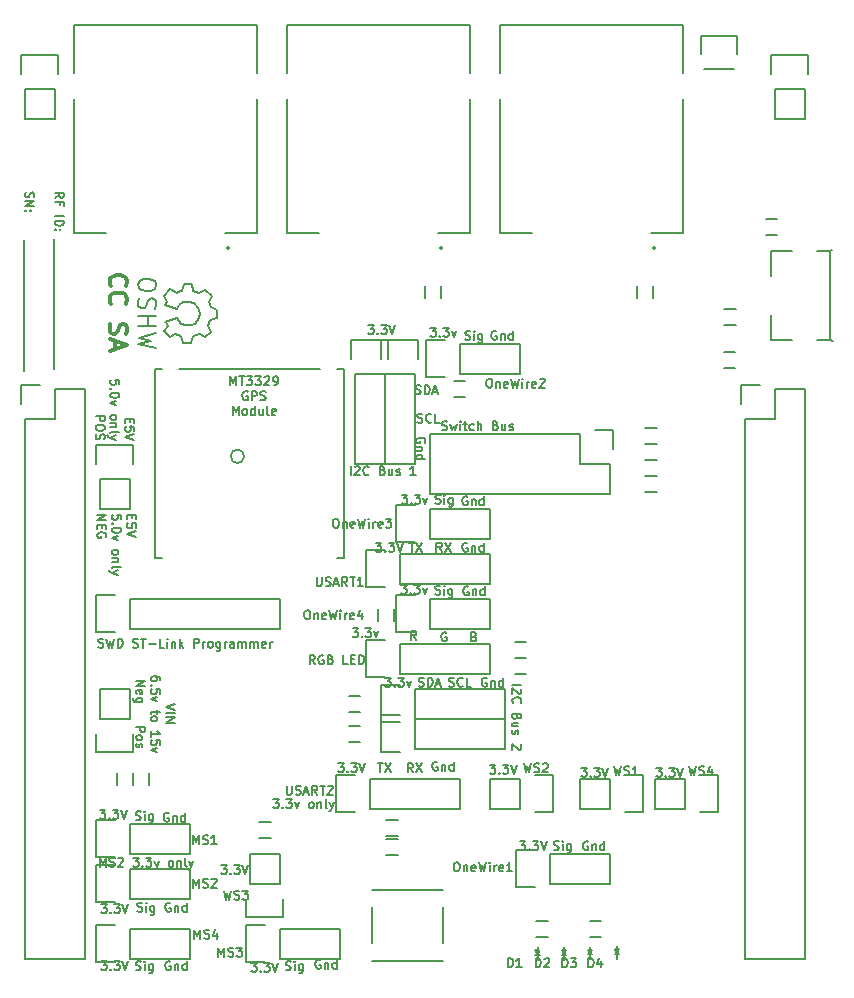
<source format=gto>
G04 #@! TF.FileFunction,Legend,Top*
%FSLAX46Y46*%
G04 Gerber Fmt 4.6, Leading zero omitted, Abs format (unit mm)*
G04 Created by KiCad (PCBNEW (2015-03-26 BZR 5542)-product) date 4/10/2015 4:12:41 PM*
%MOMM*%
G01*
G04 APERTURE LIST*
%ADD10C,0.100000*%
%ADD11C,0.190500*%
%ADD12C,0.300000*%
%ADD13C,0.150000*%
G04 APERTURE END LIST*
D10*
D11*
X129540002Y-119216714D02*
X129540002Y-118454714D01*
X129794002Y-118999000D01*
X130048002Y-118454714D01*
X130048002Y-119216714D01*
X130374573Y-119180429D02*
X130483430Y-119216714D01*
X130664859Y-119216714D01*
X130737430Y-119180429D01*
X130773716Y-119144143D01*
X130810001Y-119071571D01*
X130810001Y-118999000D01*
X130773716Y-118926429D01*
X130737430Y-118890143D01*
X130664859Y-118853857D01*
X130519716Y-118817571D01*
X130447144Y-118781286D01*
X130410859Y-118745000D01*
X130374573Y-118672429D01*
X130374573Y-118599857D01*
X130410859Y-118527286D01*
X130447144Y-118491000D01*
X130519716Y-118454714D01*
X130701144Y-118454714D01*
X130810001Y-118491000D01*
X131100287Y-118527286D02*
X131136573Y-118491000D01*
X131209144Y-118454714D01*
X131390573Y-118454714D01*
X131463144Y-118491000D01*
X131499430Y-118527286D01*
X131535715Y-118599857D01*
X131535715Y-118672429D01*
X131499430Y-118781286D01*
X131064001Y-119216714D01*
X131535715Y-119216714D01*
X132370286Y-118454714D02*
X132842000Y-118454714D01*
X132588000Y-118745000D01*
X132696858Y-118745000D01*
X132769429Y-118781286D01*
X132805715Y-118817571D01*
X132842000Y-118890143D01*
X132842000Y-119071571D01*
X132805715Y-119144143D01*
X132769429Y-119180429D01*
X132696858Y-119216714D01*
X132479143Y-119216714D01*
X132406572Y-119180429D01*
X132370286Y-119144143D01*
X133168572Y-119144143D02*
X133204857Y-119180429D01*
X133168572Y-119216714D01*
X133132286Y-119180429D01*
X133168572Y-119144143D01*
X133168572Y-119216714D01*
X133458857Y-118454714D02*
X133930571Y-118454714D01*
X133676571Y-118745000D01*
X133785429Y-118745000D01*
X133858000Y-118781286D01*
X133894286Y-118817571D01*
X133930571Y-118890143D01*
X133930571Y-119071571D01*
X133894286Y-119144143D01*
X133858000Y-119180429D01*
X133785429Y-119216714D01*
X133567714Y-119216714D01*
X133495143Y-119180429D01*
X133458857Y-119144143D01*
X134184571Y-118708714D02*
X134366000Y-119216714D01*
X134547428Y-118708714D01*
X135527142Y-119216714D02*
X135454570Y-119180429D01*
X135418285Y-119144143D01*
X135381999Y-119071571D01*
X135381999Y-118853857D01*
X135418285Y-118781286D01*
X135454570Y-118745000D01*
X135527142Y-118708714D01*
X135635999Y-118708714D01*
X135708570Y-118745000D01*
X135744856Y-118781286D01*
X135781142Y-118853857D01*
X135781142Y-119071571D01*
X135744856Y-119144143D01*
X135708570Y-119180429D01*
X135635999Y-119216714D01*
X135527142Y-119216714D01*
X136107714Y-118708714D02*
X136107714Y-119216714D01*
X136107714Y-118781286D02*
X136143999Y-118745000D01*
X136216571Y-118708714D01*
X136325428Y-118708714D01*
X136397999Y-118745000D01*
X136434285Y-118817571D01*
X136434285Y-119216714D01*
X136906000Y-119216714D02*
X136833428Y-119180429D01*
X136797143Y-119107857D01*
X136797143Y-118454714D01*
X137123714Y-118708714D02*
X137305143Y-119216714D01*
X137486571Y-118708714D02*
X137305143Y-119216714D01*
X137232571Y-119398143D01*
X137196286Y-119434429D01*
X137123714Y-119470714D01*
X144253858Y-113501714D02*
X144725572Y-113501714D01*
X144471572Y-113792000D01*
X144580430Y-113792000D01*
X144653001Y-113828286D01*
X144689287Y-113864571D01*
X144725572Y-113937143D01*
X144725572Y-114118571D01*
X144689287Y-114191143D01*
X144653001Y-114227429D01*
X144580430Y-114263714D01*
X144362715Y-114263714D01*
X144290144Y-114227429D01*
X144253858Y-114191143D01*
X145052144Y-114191143D02*
X145088429Y-114227429D01*
X145052144Y-114263714D01*
X145015858Y-114227429D01*
X145052144Y-114191143D01*
X145052144Y-114263714D01*
X145342429Y-113501714D02*
X145814143Y-113501714D01*
X145560143Y-113792000D01*
X145669001Y-113792000D01*
X145741572Y-113828286D01*
X145777858Y-113864571D01*
X145814143Y-113937143D01*
X145814143Y-114118571D01*
X145777858Y-114191143D01*
X145741572Y-114227429D01*
X145669001Y-114263714D01*
X145451286Y-114263714D01*
X145378715Y-114227429D01*
X145342429Y-114191143D01*
X146068143Y-113755714D02*
X146249572Y-114263714D01*
X146431000Y-113755714D01*
X147410714Y-114263714D02*
X147338142Y-114227429D01*
X147301857Y-114191143D01*
X147265571Y-114118571D01*
X147265571Y-113900857D01*
X147301857Y-113828286D01*
X147338142Y-113792000D01*
X147410714Y-113755714D01*
X147519571Y-113755714D01*
X147592142Y-113792000D01*
X147628428Y-113828286D01*
X147664714Y-113900857D01*
X147664714Y-114118571D01*
X147628428Y-114191143D01*
X147592142Y-114227429D01*
X147519571Y-114263714D01*
X147410714Y-114263714D01*
X147991286Y-113755714D02*
X147991286Y-114263714D01*
X147991286Y-113828286D02*
X148027571Y-113792000D01*
X148100143Y-113755714D01*
X148209000Y-113755714D01*
X148281571Y-113792000D01*
X148317857Y-113864571D01*
X148317857Y-114263714D01*
X148789572Y-114263714D02*
X148717000Y-114227429D01*
X148680715Y-114154857D01*
X148680715Y-113501714D01*
X149007286Y-113755714D02*
X149188715Y-114263714D01*
X149370143Y-113755714D02*
X149188715Y-114263714D01*
X149116143Y-114445143D01*
X149079858Y-114481429D01*
X149007286Y-114517714D01*
D12*
X130528286Y-70048715D02*
X130456857Y-69977286D01*
X130385429Y-69763000D01*
X130385429Y-69620143D01*
X130456857Y-69405858D01*
X130599714Y-69263000D01*
X130742571Y-69191572D01*
X131028286Y-69120143D01*
X131242571Y-69120143D01*
X131528286Y-69191572D01*
X131671143Y-69263000D01*
X131814000Y-69405858D01*
X131885429Y-69620143D01*
X131885429Y-69763000D01*
X131814000Y-69977286D01*
X131742571Y-70048715D01*
X130528286Y-71548715D02*
X130456857Y-71477286D01*
X130385429Y-71263000D01*
X130385429Y-71120143D01*
X130456857Y-70905858D01*
X130599714Y-70763000D01*
X130742571Y-70691572D01*
X131028286Y-70620143D01*
X131242571Y-70620143D01*
X131528286Y-70691572D01*
X131671143Y-70763000D01*
X131814000Y-70905858D01*
X131885429Y-71120143D01*
X131885429Y-71263000D01*
X131814000Y-71477286D01*
X131742571Y-71548715D01*
X130456857Y-73263000D02*
X130385429Y-73477286D01*
X130385429Y-73834429D01*
X130456857Y-73977286D01*
X130528286Y-74048715D01*
X130671143Y-74120143D01*
X130814000Y-74120143D01*
X130956857Y-74048715D01*
X131028286Y-73977286D01*
X131099714Y-73834429D01*
X131171143Y-73548715D01*
X131242571Y-73405857D01*
X131314000Y-73334429D01*
X131456857Y-73263000D01*
X131599714Y-73263000D01*
X131742571Y-73334429D01*
X131814000Y-73405857D01*
X131885429Y-73548715D01*
X131885429Y-73905857D01*
X131814000Y-74120143D01*
X130814000Y-74691571D02*
X130814000Y-75405857D01*
X130385429Y-74548714D02*
X131885429Y-75048714D01*
X130385429Y-75548714D01*
D11*
X145306143Y-127943429D02*
X145415000Y-127979714D01*
X145596429Y-127979714D01*
X145669000Y-127943429D01*
X145705286Y-127907143D01*
X145741571Y-127834571D01*
X145741571Y-127762000D01*
X145705286Y-127689429D01*
X145669000Y-127653143D01*
X145596429Y-127616857D01*
X145451286Y-127580571D01*
X145378714Y-127544286D01*
X145342429Y-127508000D01*
X145306143Y-127435429D01*
X145306143Y-127362857D01*
X145342429Y-127290286D01*
X145378714Y-127254000D01*
X145451286Y-127217714D01*
X145632714Y-127217714D01*
X145741571Y-127254000D01*
X146068143Y-127979714D02*
X146068143Y-127471714D01*
X146068143Y-127217714D02*
X146031857Y-127254000D01*
X146068143Y-127290286D01*
X146104428Y-127254000D01*
X146068143Y-127217714D01*
X146068143Y-127290286D01*
X146757571Y-127471714D02*
X146757571Y-128088571D01*
X146721285Y-128161143D01*
X146685000Y-128197429D01*
X146612428Y-128233714D01*
X146503571Y-128233714D01*
X146431000Y-128197429D01*
X146757571Y-127943429D02*
X146685000Y-127979714D01*
X146539857Y-127979714D01*
X146467285Y-127943429D01*
X146431000Y-127907143D01*
X146394714Y-127834571D01*
X146394714Y-127616857D01*
X146431000Y-127544286D01*
X146467285Y-127508000D01*
X146539857Y-127471714D01*
X146685000Y-127471714D01*
X146757571Y-127508000D01*
X135400142Y-114681000D02*
X135327571Y-114644714D01*
X135218714Y-114644714D01*
X135109857Y-114681000D01*
X135037285Y-114753571D01*
X135001000Y-114826143D01*
X134964714Y-114971286D01*
X134964714Y-115080143D01*
X135001000Y-115225286D01*
X135037285Y-115297857D01*
X135109857Y-115370429D01*
X135218714Y-115406714D01*
X135291285Y-115406714D01*
X135400142Y-115370429D01*
X135436428Y-115334143D01*
X135436428Y-115080143D01*
X135291285Y-115080143D01*
X135763000Y-114898714D02*
X135763000Y-115406714D01*
X135763000Y-114971286D02*
X135799285Y-114935000D01*
X135871857Y-114898714D01*
X135980714Y-114898714D01*
X136053285Y-114935000D01*
X136089571Y-115007571D01*
X136089571Y-115406714D01*
X136779000Y-115406714D02*
X136779000Y-114644714D01*
X136779000Y-115370429D02*
X136706429Y-115406714D01*
X136561286Y-115406714D01*
X136488714Y-115370429D01*
X136452429Y-115334143D01*
X136416143Y-115261571D01*
X136416143Y-115043857D01*
X136452429Y-114971286D01*
X136488714Y-114935000D01*
X136561286Y-114898714D01*
X136706429Y-114898714D01*
X136779000Y-114935000D01*
X129558143Y-114390714D02*
X130029857Y-114390714D01*
X129775857Y-114681000D01*
X129884715Y-114681000D01*
X129957286Y-114717286D01*
X129993572Y-114753571D01*
X130029857Y-114826143D01*
X130029857Y-115007571D01*
X129993572Y-115080143D01*
X129957286Y-115116429D01*
X129884715Y-115152714D01*
X129667000Y-115152714D01*
X129594429Y-115116429D01*
X129558143Y-115080143D01*
X130356429Y-115080143D02*
X130392714Y-115116429D01*
X130356429Y-115152714D01*
X130320143Y-115116429D01*
X130356429Y-115080143D01*
X130356429Y-115152714D01*
X130646714Y-114390714D02*
X131118428Y-114390714D01*
X130864428Y-114681000D01*
X130973286Y-114681000D01*
X131045857Y-114717286D01*
X131082143Y-114753571D01*
X131118428Y-114826143D01*
X131118428Y-115007571D01*
X131082143Y-115080143D01*
X131045857Y-115116429D01*
X130973286Y-115152714D01*
X130755571Y-115152714D01*
X130683000Y-115116429D01*
X130646714Y-115080143D01*
X131336142Y-114390714D02*
X131590142Y-115152714D01*
X131844142Y-114390714D01*
X132606143Y-115243429D02*
X132715000Y-115279714D01*
X132896429Y-115279714D01*
X132969000Y-115243429D01*
X133005286Y-115207143D01*
X133041571Y-115134571D01*
X133041571Y-115062000D01*
X133005286Y-114989429D01*
X132969000Y-114953143D01*
X132896429Y-114916857D01*
X132751286Y-114880571D01*
X132678714Y-114844286D01*
X132642429Y-114808000D01*
X132606143Y-114735429D01*
X132606143Y-114662857D01*
X132642429Y-114590286D01*
X132678714Y-114554000D01*
X132751286Y-114517714D01*
X132932714Y-114517714D01*
X133041571Y-114554000D01*
X133368143Y-115279714D02*
X133368143Y-114771714D01*
X133368143Y-114517714D02*
X133331857Y-114554000D01*
X133368143Y-114590286D01*
X133404428Y-114554000D01*
X133368143Y-114517714D01*
X133368143Y-114590286D01*
X134057571Y-114771714D02*
X134057571Y-115388571D01*
X134021285Y-115461143D01*
X133985000Y-115497429D01*
X133912428Y-115533714D01*
X133803571Y-115533714D01*
X133731000Y-115497429D01*
X134057571Y-115243429D02*
X133985000Y-115279714D01*
X133839857Y-115279714D01*
X133767285Y-115243429D01*
X133731000Y-115207143D01*
X133694714Y-115134571D01*
X133694714Y-114916857D01*
X133731000Y-114844286D01*
X133767285Y-114808000D01*
X133839857Y-114771714D01*
X133985000Y-114771714D01*
X134057571Y-114808000D01*
X132733143Y-122990429D02*
X132842000Y-123026714D01*
X133023429Y-123026714D01*
X133096000Y-122990429D01*
X133132286Y-122954143D01*
X133168571Y-122881571D01*
X133168571Y-122809000D01*
X133132286Y-122736429D01*
X133096000Y-122700143D01*
X133023429Y-122663857D01*
X132878286Y-122627571D01*
X132805714Y-122591286D01*
X132769429Y-122555000D01*
X132733143Y-122482429D01*
X132733143Y-122409857D01*
X132769429Y-122337286D01*
X132805714Y-122301000D01*
X132878286Y-122264714D01*
X133059714Y-122264714D01*
X133168571Y-122301000D01*
X133495143Y-123026714D02*
X133495143Y-122518714D01*
X133495143Y-122264714D02*
X133458857Y-122301000D01*
X133495143Y-122337286D01*
X133531428Y-122301000D01*
X133495143Y-122264714D01*
X133495143Y-122337286D01*
X134184571Y-122518714D02*
X134184571Y-123135571D01*
X134148285Y-123208143D01*
X134112000Y-123244429D01*
X134039428Y-123280714D01*
X133930571Y-123280714D01*
X133858000Y-123244429D01*
X134184571Y-122990429D02*
X134112000Y-123026714D01*
X133966857Y-123026714D01*
X133894285Y-122990429D01*
X133858000Y-122954143D01*
X133821714Y-122881571D01*
X133821714Y-122663857D01*
X133858000Y-122591286D01*
X133894285Y-122555000D01*
X133966857Y-122518714D01*
X134112000Y-122518714D01*
X134184571Y-122555000D01*
X132606143Y-127943429D02*
X132715000Y-127979714D01*
X132896429Y-127979714D01*
X132969000Y-127943429D01*
X133005286Y-127907143D01*
X133041571Y-127834571D01*
X133041571Y-127762000D01*
X133005286Y-127689429D01*
X132969000Y-127653143D01*
X132896429Y-127616857D01*
X132751286Y-127580571D01*
X132678714Y-127544286D01*
X132642429Y-127508000D01*
X132606143Y-127435429D01*
X132606143Y-127362857D01*
X132642429Y-127290286D01*
X132678714Y-127254000D01*
X132751286Y-127217714D01*
X132932714Y-127217714D01*
X133041571Y-127254000D01*
X133368143Y-127979714D02*
X133368143Y-127471714D01*
X133368143Y-127217714D02*
X133331857Y-127254000D01*
X133368143Y-127290286D01*
X133404428Y-127254000D01*
X133368143Y-127217714D01*
X133368143Y-127290286D01*
X134057571Y-127471714D02*
X134057571Y-128088571D01*
X134021285Y-128161143D01*
X133985000Y-128197429D01*
X133912428Y-128233714D01*
X133803571Y-128233714D01*
X133731000Y-128197429D01*
X134057571Y-127943429D02*
X133985000Y-127979714D01*
X133839857Y-127979714D01*
X133767285Y-127943429D01*
X133731000Y-127907143D01*
X133694714Y-127834571D01*
X133694714Y-127616857D01*
X133731000Y-127544286D01*
X133767285Y-127508000D01*
X133839857Y-127471714D01*
X133985000Y-127471714D01*
X134057571Y-127508000D01*
X150821573Y-86069714D02*
X150821573Y-85307714D01*
X151148144Y-85380286D02*
X151184430Y-85344000D01*
X151257001Y-85307714D01*
X151438430Y-85307714D01*
X151511001Y-85344000D01*
X151547287Y-85380286D01*
X151583572Y-85452857D01*
X151583572Y-85525429D01*
X151547287Y-85634286D01*
X151111858Y-86069714D01*
X151583572Y-86069714D01*
X152345572Y-85997143D02*
X152309286Y-86033429D01*
X152200429Y-86069714D01*
X152127858Y-86069714D01*
X152019001Y-86033429D01*
X151946429Y-85960857D01*
X151910144Y-85888286D01*
X151873858Y-85743143D01*
X151873858Y-85634286D01*
X151910144Y-85489143D01*
X151946429Y-85416571D01*
X152019001Y-85344000D01*
X152127858Y-85307714D01*
X152200429Y-85307714D01*
X152309286Y-85344000D01*
X152345572Y-85380286D01*
X153506715Y-85670571D02*
X153615572Y-85706857D01*
X153651857Y-85743143D01*
X153688143Y-85815714D01*
X153688143Y-85924571D01*
X153651857Y-85997143D01*
X153615572Y-86033429D01*
X153543000Y-86069714D01*
X153252715Y-86069714D01*
X153252715Y-85307714D01*
X153506715Y-85307714D01*
X153579286Y-85344000D01*
X153615572Y-85380286D01*
X153651857Y-85452857D01*
X153651857Y-85525429D01*
X153615572Y-85598000D01*
X153579286Y-85634286D01*
X153506715Y-85670571D01*
X153252715Y-85670571D01*
X154341286Y-85561714D02*
X154341286Y-86069714D01*
X154014715Y-85561714D02*
X154014715Y-85960857D01*
X154051000Y-86033429D01*
X154123572Y-86069714D01*
X154232429Y-86069714D01*
X154305000Y-86033429D01*
X154341286Y-85997143D01*
X154667858Y-86033429D02*
X154740429Y-86069714D01*
X154885572Y-86069714D01*
X154958144Y-86033429D01*
X154994429Y-85960857D01*
X154994429Y-85924571D01*
X154958144Y-85852000D01*
X154885572Y-85815714D01*
X154776715Y-85815714D01*
X154704144Y-85779429D01*
X154667858Y-85706857D01*
X154667858Y-85670571D01*
X154704144Y-85598000D01*
X154776715Y-85561714D01*
X154885572Y-85561714D01*
X154958144Y-85598000D01*
X156300714Y-86069714D02*
X155865286Y-86069714D01*
X156083000Y-86069714D02*
X156083000Y-85307714D01*
X156010429Y-85416571D01*
X155937857Y-85489143D01*
X155865286Y-85525429D01*
X132248729Y-89462429D02*
X132248729Y-89716429D01*
X131849586Y-89825286D02*
X131849586Y-89462429D01*
X132611586Y-89462429D01*
X132611586Y-89825286D01*
X132611586Y-90514715D02*
X132611586Y-90151858D01*
X132248729Y-90115572D01*
X132285014Y-90151858D01*
X132321300Y-90224429D01*
X132321300Y-90405858D01*
X132285014Y-90478429D01*
X132248729Y-90514715D01*
X132176157Y-90551000D01*
X131994729Y-90551000D01*
X131922157Y-90514715D01*
X131885871Y-90478429D01*
X131849586Y-90405858D01*
X131849586Y-90224429D01*
X131885871Y-90151858D01*
X131922157Y-90115572D01*
X132611586Y-90768714D02*
X131849586Y-91022714D01*
X132611586Y-91276714D01*
X131354286Y-89825286D02*
X131354286Y-89462429D01*
X130991429Y-89426143D01*
X131027714Y-89462429D01*
X131064000Y-89535000D01*
X131064000Y-89716429D01*
X131027714Y-89789000D01*
X130991429Y-89825286D01*
X130918857Y-89861571D01*
X130737429Y-89861571D01*
X130664857Y-89825286D01*
X130628571Y-89789000D01*
X130592286Y-89716429D01*
X130592286Y-89535000D01*
X130628571Y-89462429D01*
X130664857Y-89426143D01*
X130664857Y-90188143D02*
X130628571Y-90224428D01*
X130592286Y-90188143D01*
X130628571Y-90151857D01*
X130664857Y-90188143D01*
X130592286Y-90188143D01*
X131354286Y-90696142D02*
X131354286Y-90768714D01*
X131318000Y-90841285D01*
X131281714Y-90877571D01*
X131209143Y-90913857D01*
X131064000Y-90950142D01*
X130882571Y-90950142D01*
X130737429Y-90913857D01*
X130664857Y-90877571D01*
X130628571Y-90841285D01*
X130592286Y-90768714D01*
X130592286Y-90696142D01*
X130628571Y-90623571D01*
X130664857Y-90587285D01*
X130737429Y-90551000D01*
X130882571Y-90514714D01*
X131064000Y-90514714D01*
X131209143Y-90551000D01*
X131281714Y-90587285D01*
X131318000Y-90623571D01*
X131354286Y-90696142D01*
X131100286Y-91204142D02*
X130592286Y-91385571D01*
X131100286Y-91566999D01*
X130592286Y-92546713D02*
X130628571Y-92474141D01*
X130664857Y-92437856D01*
X130737429Y-92401570D01*
X130955143Y-92401570D01*
X131027714Y-92437856D01*
X131064000Y-92474141D01*
X131100286Y-92546713D01*
X131100286Y-92655570D01*
X131064000Y-92728141D01*
X131027714Y-92764427D01*
X130955143Y-92800713D01*
X130737429Y-92800713D01*
X130664857Y-92764427D01*
X130628571Y-92728141D01*
X130592286Y-92655570D01*
X130592286Y-92546713D01*
X131100286Y-93127285D02*
X130592286Y-93127285D01*
X131027714Y-93127285D02*
X131064000Y-93163570D01*
X131100286Y-93236142D01*
X131100286Y-93344999D01*
X131064000Y-93417570D01*
X130991429Y-93453856D01*
X130592286Y-93453856D01*
X130592286Y-93925571D02*
X130628571Y-93852999D01*
X130701143Y-93816714D01*
X131354286Y-93816714D01*
X131100286Y-94143285D02*
X130592286Y-94324714D01*
X131100286Y-94506142D02*
X130592286Y-94324714D01*
X130410857Y-94252142D01*
X130374571Y-94215857D01*
X130338286Y-94143285D01*
X129334986Y-89462429D02*
X130096986Y-89462429D01*
X129334986Y-89897857D01*
X130096986Y-89897857D01*
X129734129Y-90260715D02*
X129734129Y-90514715D01*
X129334986Y-90623572D02*
X129334986Y-90260715D01*
X130096986Y-90260715D01*
X130096986Y-90623572D01*
X130060700Y-91349286D02*
X130096986Y-91276715D01*
X130096986Y-91167858D01*
X130060700Y-91059001D01*
X129988129Y-90986429D01*
X129915557Y-90950144D01*
X129770414Y-90913858D01*
X129661557Y-90913858D01*
X129516414Y-90950144D01*
X129443843Y-90986429D01*
X129371271Y-91059001D01*
X129334986Y-91167858D01*
X129334986Y-91240429D01*
X129371271Y-91349286D01*
X129407557Y-91385572D01*
X129661557Y-91385572D01*
X129661557Y-91240429D01*
X157559829Y-73572914D02*
X158031543Y-73572914D01*
X157777543Y-73863200D01*
X157886401Y-73863200D01*
X157958972Y-73899486D01*
X157995258Y-73935771D01*
X158031543Y-74008343D01*
X158031543Y-74189771D01*
X157995258Y-74262343D01*
X157958972Y-74298629D01*
X157886401Y-74334914D01*
X157668686Y-74334914D01*
X157596115Y-74298629D01*
X157559829Y-74262343D01*
X158358115Y-74262343D02*
X158394400Y-74298629D01*
X158358115Y-74334914D01*
X158321829Y-74298629D01*
X158358115Y-74262343D01*
X158358115Y-74334914D01*
X158648400Y-73572914D02*
X159120114Y-73572914D01*
X158866114Y-73863200D01*
X158974972Y-73863200D01*
X159047543Y-73899486D01*
X159083829Y-73935771D01*
X159120114Y-74008343D01*
X159120114Y-74189771D01*
X159083829Y-74262343D01*
X159047543Y-74298629D01*
X158974972Y-74334914D01*
X158757257Y-74334914D01*
X158684686Y-74298629D01*
X158648400Y-74262343D01*
X159374114Y-73826914D02*
X159555543Y-74334914D01*
X159736971Y-73826914D01*
X163149642Y-73875900D02*
X163077071Y-73839614D01*
X162968214Y-73839614D01*
X162859357Y-73875900D01*
X162786785Y-73948471D01*
X162750500Y-74021043D01*
X162714214Y-74166186D01*
X162714214Y-74275043D01*
X162750500Y-74420186D01*
X162786785Y-74492757D01*
X162859357Y-74565329D01*
X162968214Y-74601614D01*
X163040785Y-74601614D01*
X163149642Y-74565329D01*
X163185928Y-74529043D01*
X163185928Y-74275043D01*
X163040785Y-74275043D01*
X163512500Y-74093614D02*
X163512500Y-74601614D01*
X163512500Y-74166186D02*
X163548785Y-74129900D01*
X163621357Y-74093614D01*
X163730214Y-74093614D01*
X163802785Y-74129900D01*
X163839071Y-74202471D01*
X163839071Y-74601614D01*
X164528500Y-74601614D02*
X164528500Y-73839614D01*
X164528500Y-74565329D02*
X164455929Y-74601614D01*
X164310786Y-74601614D01*
X164238214Y-74565329D01*
X164201929Y-74529043D01*
X164165643Y-74456471D01*
X164165643Y-74238757D01*
X164201929Y-74166186D01*
X164238214Y-74129900D01*
X164310786Y-74093614D01*
X164455929Y-74093614D01*
X164528500Y-74129900D01*
X160495343Y-74565329D02*
X160604200Y-74601614D01*
X160785629Y-74601614D01*
X160858200Y-74565329D01*
X160894486Y-74529043D01*
X160930771Y-74456471D01*
X160930771Y-74383900D01*
X160894486Y-74311329D01*
X160858200Y-74275043D01*
X160785629Y-74238757D01*
X160640486Y-74202471D01*
X160567914Y-74166186D01*
X160531629Y-74129900D01*
X160495343Y-74057329D01*
X160495343Y-73984757D01*
X160531629Y-73912186D01*
X160567914Y-73875900D01*
X160640486Y-73839614D01*
X160821914Y-73839614D01*
X160930771Y-73875900D01*
X161257343Y-74601614D02*
X161257343Y-74093614D01*
X161257343Y-73839614D02*
X161221057Y-73875900D01*
X161257343Y-73912186D01*
X161293628Y-73875900D01*
X161257343Y-73839614D01*
X161257343Y-73912186D01*
X161946771Y-74093614D02*
X161946771Y-74710471D01*
X161910485Y-74783043D01*
X161874200Y-74819329D01*
X161801628Y-74855614D01*
X161692771Y-74855614D01*
X161620200Y-74819329D01*
X161946771Y-74565329D02*
X161874200Y-74601614D01*
X161729057Y-74601614D01*
X161656485Y-74565329D01*
X161620200Y-74529043D01*
X161583914Y-74456471D01*
X161583914Y-74238757D01*
X161620200Y-74166186D01*
X161656485Y-74129900D01*
X161729057Y-74093614D01*
X161874200Y-74093614D01*
X161946771Y-74129900D01*
X162478720Y-77901074D02*
X162623863Y-77901074D01*
X162696435Y-77937360D01*
X162769006Y-78009931D01*
X162805292Y-78155074D01*
X162805292Y-78409074D01*
X162769006Y-78554217D01*
X162696435Y-78626789D01*
X162623863Y-78663074D01*
X162478720Y-78663074D01*
X162406149Y-78626789D01*
X162333578Y-78554217D01*
X162297292Y-78409074D01*
X162297292Y-78155074D01*
X162333578Y-78009931D01*
X162406149Y-77937360D01*
X162478720Y-77901074D01*
X163131864Y-78155074D02*
X163131864Y-78663074D01*
X163131864Y-78227646D02*
X163168149Y-78191360D01*
X163240721Y-78155074D01*
X163349578Y-78155074D01*
X163422149Y-78191360D01*
X163458435Y-78263931D01*
X163458435Y-78663074D01*
X164111578Y-78626789D02*
X164039007Y-78663074D01*
X163893864Y-78663074D01*
X163821293Y-78626789D01*
X163785007Y-78554217D01*
X163785007Y-78263931D01*
X163821293Y-78191360D01*
X163893864Y-78155074D01*
X164039007Y-78155074D01*
X164111578Y-78191360D01*
X164147864Y-78263931D01*
X164147864Y-78336503D01*
X163785007Y-78409074D01*
X164401864Y-77901074D02*
X164583293Y-78663074D01*
X164728436Y-78118789D01*
X164873578Y-78663074D01*
X165055007Y-77901074D01*
X165345293Y-78663074D02*
X165345293Y-78155074D01*
X165345293Y-77901074D02*
X165309007Y-77937360D01*
X165345293Y-77973646D01*
X165381578Y-77937360D01*
X165345293Y-77901074D01*
X165345293Y-77973646D01*
X165708150Y-78663074D02*
X165708150Y-78155074D01*
X165708150Y-78300217D02*
X165744435Y-78227646D01*
X165780721Y-78191360D01*
X165853292Y-78155074D01*
X165925864Y-78155074D01*
X166470149Y-78626789D02*
X166397578Y-78663074D01*
X166252435Y-78663074D01*
X166179864Y-78626789D01*
X166143578Y-78554217D01*
X166143578Y-78263931D01*
X166179864Y-78191360D01*
X166252435Y-78155074D01*
X166397578Y-78155074D01*
X166470149Y-78191360D01*
X166506435Y-78263931D01*
X166506435Y-78336503D01*
X166143578Y-78409074D01*
X166796721Y-77973646D02*
X166833007Y-77937360D01*
X166905578Y-77901074D01*
X167087007Y-77901074D01*
X167159578Y-77937360D01*
X167195864Y-77973646D01*
X167232149Y-78046217D01*
X167232149Y-78118789D01*
X167195864Y-78227646D01*
X166760435Y-78663074D01*
X167232149Y-78663074D01*
X161252989Y-99752331D02*
X161361846Y-99788617D01*
X161398131Y-99824903D01*
X161434417Y-99897474D01*
X161434417Y-100006331D01*
X161398131Y-100078903D01*
X161361846Y-100115189D01*
X161289274Y-100151474D01*
X160998989Y-100151474D01*
X160998989Y-99389474D01*
X161252989Y-99389474D01*
X161325560Y-99425760D01*
X161361846Y-99462046D01*
X161398131Y-99534617D01*
X161398131Y-99607189D01*
X161361846Y-99679760D01*
X161325560Y-99716046D01*
X161252989Y-99752331D01*
X160998989Y-99752331D01*
X158906391Y-99415600D02*
X158833820Y-99379314D01*
X158724963Y-99379314D01*
X158616106Y-99415600D01*
X158543534Y-99488171D01*
X158507249Y-99560743D01*
X158470963Y-99705886D01*
X158470963Y-99814743D01*
X158507249Y-99959886D01*
X158543534Y-100032457D01*
X158616106Y-100105029D01*
X158724963Y-100141314D01*
X158797534Y-100141314D01*
X158906391Y-100105029D01*
X158942677Y-100068743D01*
X158942677Y-99814743D01*
X158797534Y-99814743D01*
X156369657Y-100004154D02*
X156115657Y-99641297D01*
X155934229Y-100004154D02*
X155934229Y-99242154D01*
X156224514Y-99242154D01*
X156297086Y-99278440D01*
X156333371Y-99314726D01*
X156369657Y-99387297D01*
X156369657Y-99496154D01*
X156333371Y-99568726D01*
X156297086Y-99605011D01*
X156224514Y-99641297D01*
X155934229Y-99641297D01*
X150965989Y-99023714D02*
X151437703Y-99023714D01*
X151183703Y-99314000D01*
X151292561Y-99314000D01*
X151365132Y-99350286D01*
X151401418Y-99386571D01*
X151437703Y-99459143D01*
X151437703Y-99640571D01*
X151401418Y-99713143D01*
X151365132Y-99749429D01*
X151292561Y-99785714D01*
X151074846Y-99785714D01*
X151002275Y-99749429D01*
X150965989Y-99713143D01*
X151764275Y-99713143D02*
X151800560Y-99749429D01*
X151764275Y-99785714D01*
X151727989Y-99749429D01*
X151764275Y-99713143D01*
X151764275Y-99785714D01*
X152054560Y-99023714D02*
X152526274Y-99023714D01*
X152272274Y-99314000D01*
X152381132Y-99314000D01*
X152453703Y-99350286D01*
X152489989Y-99386571D01*
X152526274Y-99459143D01*
X152526274Y-99640571D01*
X152489989Y-99713143D01*
X152453703Y-99749429D01*
X152381132Y-99785714D01*
X152163417Y-99785714D01*
X152090846Y-99749429D01*
X152054560Y-99713143D01*
X152780274Y-99277714D02*
X152961703Y-99785714D01*
X153143131Y-99277714D01*
X155121429Y-87715634D02*
X155593143Y-87715634D01*
X155339143Y-88005920D01*
X155448001Y-88005920D01*
X155520572Y-88042206D01*
X155556858Y-88078491D01*
X155593143Y-88151063D01*
X155593143Y-88332491D01*
X155556858Y-88405063D01*
X155520572Y-88441349D01*
X155448001Y-88477634D01*
X155230286Y-88477634D01*
X155157715Y-88441349D01*
X155121429Y-88405063D01*
X155919715Y-88405063D02*
X155956000Y-88441349D01*
X155919715Y-88477634D01*
X155883429Y-88441349D01*
X155919715Y-88405063D01*
X155919715Y-88477634D01*
X156210000Y-87715634D02*
X156681714Y-87715634D01*
X156427714Y-88005920D01*
X156536572Y-88005920D01*
X156609143Y-88042206D01*
X156645429Y-88078491D01*
X156681714Y-88151063D01*
X156681714Y-88332491D01*
X156645429Y-88405063D01*
X156609143Y-88441349D01*
X156536572Y-88477634D01*
X156318857Y-88477634D01*
X156246286Y-88441349D01*
X156210000Y-88405063D01*
X156935714Y-87969634D02*
X157117143Y-88477634D01*
X157298571Y-87969634D01*
X155075709Y-95366114D02*
X155547423Y-95366114D01*
X155293423Y-95656400D01*
X155402281Y-95656400D01*
X155474852Y-95692686D01*
X155511138Y-95728971D01*
X155547423Y-95801543D01*
X155547423Y-95982971D01*
X155511138Y-96055543D01*
X155474852Y-96091829D01*
X155402281Y-96128114D01*
X155184566Y-96128114D01*
X155111995Y-96091829D01*
X155075709Y-96055543D01*
X155873995Y-96055543D02*
X155910280Y-96091829D01*
X155873995Y-96128114D01*
X155837709Y-96091829D01*
X155873995Y-96055543D01*
X155873995Y-96128114D01*
X156164280Y-95366114D02*
X156635994Y-95366114D01*
X156381994Y-95656400D01*
X156490852Y-95656400D01*
X156563423Y-95692686D01*
X156599709Y-95728971D01*
X156635994Y-95801543D01*
X156635994Y-95982971D01*
X156599709Y-96055543D01*
X156563423Y-96091829D01*
X156490852Y-96128114D01*
X156273137Y-96128114D01*
X156200566Y-96091829D01*
X156164280Y-96055543D01*
X156889994Y-95620114D02*
X157071423Y-96128114D01*
X157252851Y-95620114D01*
X157980743Y-88456589D02*
X158089600Y-88492874D01*
X158271029Y-88492874D01*
X158343600Y-88456589D01*
X158379886Y-88420303D01*
X158416171Y-88347731D01*
X158416171Y-88275160D01*
X158379886Y-88202589D01*
X158343600Y-88166303D01*
X158271029Y-88130017D01*
X158125886Y-88093731D01*
X158053314Y-88057446D01*
X158017029Y-88021160D01*
X157980743Y-87948589D01*
X157980743Y-87876017D01*
X158017029Y-87803446D01*
X158053314Y-87767160D01*
X158125886Y-87730874D01*
X158307314Y-87730874D01*
X158416171Y-87767160D01*
X158742743Y-88492874D02*
X158742743Y-87984874D01*
X158742743Y-87730874D02*
X158706457Y-87767160D01*
X158742743Y-87803446D01*
X158779028Y-87767160D01*
X158742743Y-87730874D01*
X158742743Y-87803446D01*
X159432171Y-87984874D02*
X159432171Y-88601731D01*
X159395885Y-88674303D01*
X159359600Y-88710589D01*
X159287028Y-88746874D01*
X159178171Y-88746874D01*
X159105600Y-88710589D01*
X159432171Y-88456589D02*
X159359600Y-88492874D01*
X159214457Y-88492874D01*
X159141885Y-88456589D01*
X159105600Y-88420303D01*
X159069314Y-88347731D01*
X159069314Y-88130017D01*
X159105600Y-88057446D01*
X159141885Y-88021160D01*
X159214457Y-87984874D01*
X159359600Y-87984874D01*
X159432171Y-88021160D01*
X160688382Y-87904320D02*
X160615811Y-87868034D01*
X160506954Y-87868034D01*
X160398097Y-87904320D01*
X160325525Y-87976891D01*
X160289240Y-88049463D01*
X160252954Y-88194606D01*
X160252954Y-88303463D01*
X160289240Y-88448606D01*
X160325525Y-88521177D01*
X160398097Y-88593749D01*
X160506954Y-88630034D01*
X160579525Y-88630034D01*
X160688382Y-88593749D01*
X160724668Y-88557463D01*
X160724668Y-88303463D01*
X160579525Y-88303463D01*
X161051240Y-88122034D02*
X161051240Y-88630034D01*
X161051240Y-88194606D02*
X161087525Y-88158320D01*
X161160097Y-88122034D01*
X161268954Y-88122034D01*
X161341525Y-88158320D01*
X161377811Y-88230891D01*
X161377811Y-88630034D01*
X162067240Y-88630034D02*
X162067240Y-87868034D01*
X162067240Y-88593749D02*
X161994669Y-88630034D01*
X161849526Y-88630034D01*
X161776954Y-88593749D01*
X161740669Y-88557463D01*
X161704383Y-88484891D01*
X161704383Y-88267177D01*
X161740669Y-88194606D01*
X161776954Y-88158320D01*
X161849526Y-88122034D01*
X161994669Y-88122034D01*
X162067240Y-88158320D01*
X160764582Y-95529400D02*
X160692011Y-95493114D01*
X160583154Y-95493114D01*
X160474297Y-95529400D01*
X160401725Y-95601971D01*
X160365440Y-95674543D01*
X160329154Y-95819686D01*
X160329154Y-95928543D01*
X160365440Y-96073686D01*
X160401725Y-96146257D01*
X160474297Y-96218829D01*
X160583154Y-96255114D01*
X160655725Y-96255114D01*
X160764582Y-96218829D01*
X160800868Y-96182543D01*
X160800868Y-95928543D01*
X160655725Y-95928543D01*
X161127440Y-95747114D02*
X161127440Y-96255114D01*
X161127440Y-95819686D02*
X161163725Y-95783400D01*
X161236297Y-95747114D01*
X161345154Y-95747114D01*
X161417725Y-95783400D01*
X161454011Y-95855971D01*
X161454011Y-96255114D01*
X162143440Y-96255114D02*
X162143440Y-95493114D01*
X162143440Y-96218829D02*
X162070869Y-96255114D01*
X161925726Y-96255114D01*
X161853154Y-96218829D01*
X161816869Y-96182543D01*
X161780583Y-96109971D01*
X161780583Y-95892257D01*
X161816869Y-95819686D01*
X161853154Y-95783400D01*
X161925726Y-95747114D01*
X162070869Y-95747114D01*
X162143440Y-95783400D01*
X157965503Y-96152789D02*
X158074360Y-96189074D01*
X158255789Y-96189074D01*
X158328360Y-96152789D01*
X158364646Y-96116503D01*
X158400931Y-96043931D01*
X158400931Y-95971360D01*
X158364646Y-95898789D01*
X158328360Y-95862503D01*
X158255789Y-95826217D01*
X158110646Y-95789931D01*
X158038074Y-95753646D01*
X158001789Y-95717360D01*
X157965503Y-95644789D01*
X157965503Y-95572217D01*
X158001789Y-95499646D01*
X158038074Y-95463360D01*
X158110646Y-95427074D01*
X158292074Y-95427074D01*
X158400931Y-95463360D01*
X158727503Y-96189074D02*
X158727503Y-95681074D01*
X158727503Y-95427074D02*
X158691217Y-95463360D01*
X158727503Y-95499646D01*
X158763788Y-95463360D01*
X158727503Y-95427074D01*
X158727503Y-95499646D01*
X159416931Y-95681074D02*
X159416931Y-96297931D01*
X159380645Y-96370503D01*
X159344360Y-96406789D01*
X159271788Y-96443074D01*
X159162931Y-96443074D01*
X159090360Y-96406789D01*
X159416931Y-96152789D02*
X159344360Y-96189074D01*
X159199217Y-96189074D01*
X159126645Y-96152789D01*
X159090360Y-96116503D01*
X159054074Y-96043931D01*
X159054074Y-95826217D01*
X159090360Y-95753646D01*
X159126645Y-95717360D01*
X159199217Y-95681074D01*
X159344360Y-95681074D01*
X159416931Y-95717360D01*
X167998503Y-117775809D02*
X168107360Y-117812094D01*
X168288789Y-117812094D01*
X168361360Y-117775809D01*
X168397646Y-117739523D01*
X168433931Y-117666951D01*
X168433931Y-117594380D01*
X168397646Y-117521809D01*
X168361360Y-117485523D01*
X168288789Y-117449237D01*
X168143646Y-117412951D01*
X168071074Y-117376666D01*
X168034789Y-117340380D01*
X167998503Y-117267809D01*
X167998503Y-117195237D01*
X168034789Y-117122666D01*
X168071074Y-117086380D01*
X168143646Y-117050094D01*
X168325074Y-117050094D01*
X168433931Y-117086380D01*
X168760503Y-117812094D02*
X168760503Y-117304094D01*
X168760503Y-117050094D02*
X168724217Y-117086380D01*
X168760503Y-117122666D01*
X168796788Y-117086380D01*
X168760503Y-117050094D01*
X168760503Y-117122666D01*
X169449931Y-117304094D02*
X169449931Y-117920951D01*
X169413645Y-117993523D01*
X169377360Y-118029809D01*
X169304788Y-118066094D01*
X169195931Y-118066094D01*
X169123360Y-118029809D01*
X169449931Y-117775809D02*
X169377360Y-117812094D01*
X169232217Y-117812094D01*
X169159645Y-117775809D01*
X169123360Y-117739523D01*
X169087074Y-117666951D01*
X169087074Y-117449237D01*
X169123360Y-117376666D01*
X169159645Y-117340380D01*
X169232217Y-117304094D01*
X169377360Y-117304094D01*
X169449931Y-117340380D01*
X165118143Y-117057714D02*
X165589857Y-117057714D01*
X165335857Y-117348000D01*
X165444715Y-117348000D01*
X165517286Y-117384286D01*
X165553572Y-117420571D01*
X165589857Y-117493143D01*
X165589857Y-117674571D01*
X165553572Y-117747143D01*
X165517286Y-117783429D01*
X165444715Y-117819714D01*
X165227000Y-117819714D01*
X165154429Y-117783429D01*
X165118143Y-117747143D01*
X165916429Y-117747143D02*
X165952714Y-117783429D01*
X165916429Y-117819714D01*
X165880143Y-117783429D01*
X165916429Y-117747143D01*
X165916429Y-117819714D01*
X166206714Y-117057714D02*
X166678428Y-117057714D01*
X166424428Y-117348000D01*
X166533286Y-117348000D01*
X166605857Y-117384286D01*
X166642143Y-117420571D01*
X166678428Y-117493143D01*
X166678428Y-117674571D01*
X166642143Y-117747143D01*
X166605857Y-117783429D01*
X166533286Y-117819714D01*
X166315571Y-117819714D01*
X166243000Y-117783429D01*
X166206714Y-117747143D01*
X166896142Y-117057714D02*
X167150142Y-117819714D01*
X167404142Y-117057714D01*
X170894102Y-117106700D02*
X170821531Y-117070414D01*
X170712674Y-117070414D01*
X170603817Y-117106700D01*
X170531245Y-117179271D01*
X170494960Y-117251843D01*
X170458674Y-117396986D01*
X170458674Y-117505843D01*
X170494960Y-117650986D01*
X170531245Y-117723557D01*
X170603817Y-117796129D01*
X170712674Y-117832414D01*
X170785245Y-117832414D01*
X170894102Y-117796129D01*
X170930388Y-117759843D01*
X170930388Y-117505843D01*
X170785245Y-117505843D01*
X171256960Y-117324414D02*
X171256960Y-117832414D01*
X171256960Y-117396986D02*
X171293245Y-117360700D01*
X171365817Y-117324414D01*
X171474674Y-117324414D01*
X171547245Y-117360700D01*
X171583531Y-117433271D01*
X171583531Y-117832414D01*
X172272960Y-117832414D02*
X172272960Y-117070414D01*
X172272960Y-117796129D02*
X172200389Y-117832414D01*
X172055246Y-117832414D01*
X171982674Y-117796129D01*
X171946389Y-117759843D01*
X171910103Y-117687271D01*
X171910103Y-117469557D01*
X171946389Y-117396986D01*
X171982674Y-117360700D01*
X172055246Y-117324414D01*
X172200389Y-117324414D01*
X172272960Y-117360700D01*
X159705040Y-118861114D02*
X159850183Y-118861114D01*
X159922755Y-118897400D01*
X159995326Y-118969971D01*
X160031612Y-119115114D01*
X160031612Y-119369114D01*
X159995326Y-119514257D01*
X159922755Y-119586829D01*
X159850183Y-119623114D01*
X159705040Y-119623114D01*
X159632469Y-119586829D01*
X159559898Y-119514257D01*
X159523612Y-119369114D01*
X159523612Y-119115114D01*
X159559898Y-118969971D01*
X159632469Y-118897400D01*
X159705040Y-118861114D01*
X160358184Y-119115114D02*
X160358184Y-119623114D01*
X160358184Y-119187686D02*
X160394469Y-119151400D01*
X160467041Y-119115114D01*
X160575898Y-119115114D01*
X160648469Y-119151400D01*
X160684755Y-119223971D01*
X160684755Y-119623114D01*
X161337898Y-119586829D02*
X161265327Y-119623114D01*
X161120184Y-119623114D01*
X161047613Y-119586829D01*
X161011327Y-119514257D01*
X161011327Y-119223971D01*
X161047613Y-119151400D01*
X161120184Y-119115114D01*
X161265327Y-119115114D01*
X161337898Y-119151400D01*
X161374184Y-119223971D01*
X161374184Y-119296543D01*
X161011327Y-119369114D01*
X161628184Y-118861114D02*
X161809613Y-119623114D01*
X161954756Y-119078829D01*
X162099898Y-119623114D01*
X162281327Y-118861114D01*
X162571613Y-119623114D02*
X162571613Y-119115114D01*
X162571613Y-118861114D02*
X162535327Y-118897400D01*
X162571613Y-118933686D01*
X162607898Y-118897400D01*
X162571613Y-118861114D01*
X162571613Y-118933686D01*
X162934470Y-119623114D02*
X162934470Y-119115114D01*
X162934470Y-119260257D02*
X162970755Y-119187686D01*
X163007041Y-119151400D01*
X163079612Y-119115114D01*
X163152184Y-119115114D01*
X163696469Y-119586829D02*
X163623898Y-119623114D01*
X163478755Y-119623114D01*
X163406184Y-119586829D01*
X163369898Y-119514257D01*
X163369898Y-119223971D01*
X163406184Y-119151400D01*
X163478755Y-119115114D01*
X163623898Y-119115114D01*
X163696469Y-119151400D01*
X163732755Y-119223971D01*
X163732755Y-119296543D01*
X163369898Y-119369114D01*
X164458469Y-119623114D02*
X164023041Y-119623114D01*
X164240755Y-119623114D02*
X164240755Y-118861114D01*
X164168184Y-118969971D01*
X164095612Y-119042543D01*
X164023041Y-119078829D01*
X135527142Y-122301000D02*
X135454571Y-122264714D01*
X135345714Y-122264714D01*
X135236857Y-122301000D01*
X135164285Y-122373571D01*
X135128000Y-122446143D01*
X135091714Y-122591286D01*
X135091714Y-122700143D01*
X135128000Y-122845286D01*
X135164285Y-122917857D01*
X135236857Y-122990429D01*
X135345714Y-123026714D01*
X135418285Y-123026714D01*
X135527142Y-122990429D01*
X135563428Y-122954143D01*
X135563428Y-122700143D01*
X135418285Y-122700143D01*
X135890000Y-122518714D02*
X135890000Y-123026714D01*
X135890000Y-122591286D02*
X135926285Y-122555000D01*
X135998857Y-122518714D01*
X136107714Y-122518714D01*
X136180285Y-122555000D01*
X136216571Y-122627571D01*
X136216571Y-123026714D01*
X136906000Y-123026714D02*
X136906000Y-122264714D01*
X136906000Y-122990429D02*
X136833429Y-123026714D01*
X136688286Y-123026714D01*
X136615714Y-122990429D01*
X136579429Y-122954143D01*
X136543143Y-122881571D01*
X136543143Y-122663857D01*
X136579429Y-122591286D01*
X136615714Y-122555000D01*
X136688286Y-122518714D01*
X136833429Y-122518714D01*
X136906000Y-122555000D01*
X129685143Y-122391714D02*
X130156857Y-122391714D01*
X129902857Y-122682000D01*
X130011715Y-122682000D01*
X130084286Y-122718286D01*
X130120572Y-122754571D01*
X130156857Y-122827143D01*
X130156857Y-123008571D01*
X130120572Y-123081143D01*
X130084286Y-123117429D01*
X130011715Y-123153714D01*
X129794000Y-123153714D01*
X129721429Y-123117429D01*
X129685143Y-123081143D01*
X130483429Y-123081143D02*
X130519714Y-123117429D01*
X130483429Y-123153714D01*
X130447143Y-123117429D01*
X130483429Y-123081143D01*
X130483429Y-123153714D01*
X130773714Y-122391714D02*
X131245428Y-122391714D01*
X130991428Y-122682000D01*
X131100286Y-122682000D01*
X131172857Y-122718286D01*
X131209143Y-122754571D01*
X131245428Y-122827143D01*
X131245428Y-123008571D01*
X131209143Y-123081143D01*
X131172857Y-123117429D01*
X131100286Y-123153714D01*
X130882571Y-123153714D01*
X130810000Y-123117429D01*
X130773714Y-123081143D01*
X131463142Y-122391714D02*
X131717142Y-123153714D01*
X131971142Y-122391714D01*
X137450287Y-117311714D02*
X137450287Y-116549714D01*
X137704287Y-117094000D01*
X137958287Y-116549714D01*
X137958287Y-117311714D01*
X138284858Y-117275429D02*
X138393715Y-117311714D01*
X138575144Y-117311714D01*
X138647715Y-117275429D01*
X138684001Y-117239143D01*
X138720286Y-117166571D01*
X138720286Y-117094000D01*
X138684001Y-117021429D01*
X138647715Y-116985143D01*
X138575144Y-116948857D01*
X138430001Y-116912571D01*
X138357429Y-116876286D01*
X138321144Y-116840000D01*
X138284858Y-116767429D01*
X138284858Y-116694857D01*
X138321144Y-116622286D01*
X138357429Y-116586000D01*
X138430001Y-116549714D01*
X138611429Y-116549714D01*
X138720286Y-116586000D01*
X139446000Y-117311714D02*
X139010572Y-117311714D01*
X139228286Y-117311714D02*
X139228286Y-116549714D01*
X139155715Y-116658571D01*
X139083143Y-116731143D01*
X139010572Y-116767429D01*
X137450287Y-120994714D02*
X137450287Y-120232714D01*
X137704287Y-120777000D01*
X137958287Y-120232714D01*
X137958287Y-120994714D01*
X138284858Y-120958429D02*
X138393715Y-120994714D01*
X138575144Y-120994714D01*
X138647715Y-120958429D01*
X138684001Y-120922143D01*
X138720286Y-120849571D01*
X138720286Y-120777000D01*
X138684001Y-120704429D01*
X138647715Y-120668143D01*
X138575144Y-120631857D01*
X138430001Y-120595571D01*
X138357429Y-120559286D01*
X138321144Y-120523000D01*
X138284858Y-120450429D01*
X138284858Y-120377857D01*
X138321144Y-120305286D01*
X138357429Y-120269000D01*
X138430001Y-120232714D01*
X138611429Y-120232714D01*
X138720286Y-120269000D01*
X139010572Y-120305286D02*
X139046858Y-120269000D01*
X139119429Y-120232714D01*
X139300858Y-120232714D01*
X139373429Y-120269000D01*
X139409715Y-120305286D01*
X139446000Y-120377857D01*
X139446000Y-120450429D01*
X139409715Y-120559286D01*
X138974286Y-120994714D01*
X139446000Y-120994714D01*
X137577287Y-125312714D02*
X137577287Y-124550714D01*
X137831287Y-125095000D01*
X138085287Y-124550714D01*
X138085287Y-125312714D01*
X138411858Y-125276429D02*
X138520715Y-125312714D01*
X138702144Y-125312714D01*
X138774715Y-125276429D01*
X138811001Y-125240143D01*
X138847286Y-125167571D01*
X138847286Y-125095000D01*
X138811001Y-125022429D01*
X138774715Y-124986143D01*
X138702144Y-124949857D01*
X138557001Y-124913571D01*
X138484429Y-124877286D01*
X138448144Y-124841000D01*
X138411858Y-124768429D01*
X138411858Y-124695857D01*
X138448144Y-124623286D01*
X138484429Y-124587000D01*
X138557001Y-124550714D01*
X138738429Y-124550714D01*
X138847286Y-124587000D01*
X139500429Y-124804714D02*
X139500429Y-125312714D01*
X139319000Y-124514429D02*
X139137572Y-125058714D01*
X139609286Y-125058714D01*
X129685143Y-127217714D02*
X130156857Y-127217714D01*
X129902857Y-127508000D01*
X130011715Y-127508000D01*
X130084286Y-127544286D01*
X130120572Y-127580571D01*
X130156857Y-127653143D01*
X130156857Y-127834571D01*
X130120572Y-127907143D01*
X130084286Y-127943429D01*
X130011715Y-127979714D01*
X129794000Y-127979714D01*
X129721429Y-127943429D01*
X129685143Y-127907143D01*
X130483429Y-127907143D02*
X130519714Y-127943429D01*
X130483429Y-127979714D01*
X130447143Y-127943429D01*
X130483429Y-127907143D01*
X130483429Y-127979714D01*
X130773714Y-127217714D02*
X131245428Y-127217714D01*
X130991428Y-127508000D01*
X131100286Y-127508000D01*
X131172857Y-127544286D01*
X131209143Y-127580571D01*
X131245428Y-127653143D01*
X131245428Y-127834571D01*
X131209143Y-127907143D01*
X131172857Y-127943429D01*
X131100286Y-127979714D01*
X130882571Y-127979714D01*
X130810000Y-127943429D01*
X130773714Y-127907143D01*
X131463142Y-127217714D02*
X131717142Y-127979714D01*
X131971142Y-127217714D01*
X135527142Y-127254000D02*
X135454571Y-127217714D01*
X135345714Y-127217714D01*
X135236857Y-127254000D01*
X135164285Y-127326571D01*
X135128000Y-127399143D01*
X135091714Y-127544286D01*
X135091714Y-127653143D01*
X135128000Y-127798286D01*
X135164285Y-127870857D01*
X135236857Y-127943429D01*
X135345714Y-127979714D01*
X135418285Y-127979714D01*
X135527142Y-127943429D01*
X135563428Y-127907143D01*
X135563428Y-127653143D01*
X135418285Y-127653143D01*
X135890000Y-127471714D02*
X135890000Y-127979714D01*
X135890000Y-127544286D02*
X135926285Y-127508000D01*
X135998857Y-127471714D01*
X136107714Y-127471714D01*
X136180285Y-127508000D01*
X136216571Y-127580571D01*
X136216571Y-127979714D01*
X136906000Y-127979714D02*
X136906000Y-127217714D01*
X136906000Y-127943429D02*
X136833429Y-127979714D01*
X136688286Y-127979714D01*
X136615714Y-127943429D01*
X136579429Y-127907143D01*
X136543143Y-127834571D01*
X136543143Y-127616857D01*
X136579429Y-127544286D01*
X136615714Y-127508000D01*
X136688286Y-127471714D01*
X136833429Y-127471714D01*
X136906000Y-127508000D01*
X148227142Y-127127000D02*
X148154571Y-127090714D01*
X148045714Y-127090714D01*
X147936857Y-127127000D01*
X147864285Y-127199571D01*
X147828000Y-127272143D01*
X147791714Y-127417286D01*
X147791714Y-127526143D01*
X147828000Y-127671286D01*
X147864285Y-127743857D01*
X147936857Y-127816429D01*
X148045714Y-127852714D01*
X148118285Y-127852714D01*
X148227142Y-127816429D01*
X148263428Y-127780143D01*
X148263428Y-127526143D01*
X148118285Y-127526143D01*
X148590000Y-127344714D02*
X148590000Y-127852714D01*
X148590000Y-127417286D02*
X148626285Y-127381000D01*
X148698857Y-127344714D01*
X148807714Y-127344714D01*
X148880285Y-127381000D01*
X148916571Y-127453571D01*
X148916571Y-127852714D01*
X149606000Y-127852714D02*
X149606000Y-127090714D01*
X149606000Y-127816429D02*
X149533429Y-127852714D01*
X149388286Y-127852714D01*
X149315714Y-127816429D01*
X149279429Y-127780143D01*
X149243143Y-127707571D01*
X149243143Y-127489857D01*
X149279429Y-127417286D01*
X149315714Y-127381000D01*
X149388286Y-127344714D01*
X149533429Y-127344714D01*
X149606000Y-127381000D01*
X142385143Y-127344714D02*
X142856857Y-127344714D01*
X142602857Y-127635000D01*
X142711715Y-127635000D01*
X142784286Y-127671286D01*
X142820572Y-127707571D01*
X142856857Y-127780143D01*
X142856857Y-127961571D01*
X142820572Y-128034143D01*
X142784286Y-128070429D01*
X142711715Y-128106714D01*
X142494000Y-128106714D01*
X142421429Y-128070429D01*
X142385143Y-128034143D01*
X143183429Y-128034143D02*
X143219714Y-128070429D01*
X143183429Y-128106714D01*
X143147143Y-128070429D01*
X143183429Y-128034143D01*
X143183429Y-128106714D01*
X143473714Y-127344714D02*
X143945428Y-127344714D01*
X143691428Y-127635000D01*
X143800286Y-127635000D01*
X143872857Y-127671286D01*
X143909143Y-127707571D01*
X143945428Y-127780143D01*
X143945428Y-127961571D01*
X143909143Y-128034143D01*
X143872857Y-128070429D01*
X143800286Y-128106714D01*
X143582571Y-128106714D01*
X143510000Y-128070429D01*
X143473714Y-128034143D01*
X144163142Y-127344714D02*
X144417142Y-128106714D01*
X144671142Y-127344714D01*
X139609287Y-126836714D02*
X139609287Y-126074714D01*
X139863287Y-126619000D01*
X140117287Y-126074714D01*
X140117287Y-126836714D01*
X140443858Y-126800429D02*
X140552715Y-126836714D01*
X140734144Y-126836714D01*
X140806715Y-126800429D01*
X140843001Y-126764143D01*
X140879286Y-126691571D01*
X140879286Y-126619000D01*
X140843001Y-126546429D01*
X140806715Y-126510143D01*
X140734144Y-126473857D01*
X140589001Y-126437571D01*
X140516429Y-126401286D01*
X140480144Y-126365000D01*
X140443858Y-126292429D01*
X140443858Y-126219857D01*
X140480144Y-126147286D01*
X140516429Y-126111000D01*
X140589001Y-126074714D01*
X140770429Y-126074714D01*
X140879286Y-126111000D01*
X141133286Y-126074714D02*
X141605000Y-126074714D01*
X141351000Y-126365000D01*
X141459858Y-126365000D01*
X141532429Y-126401286D01*
X141568715Y-126437571D01*
X141605000Y-126510143D01*
X141605000Y-126691571D01*
X141568715Y-126764143D01*
X141532429Y-126800429D01*
X141459858Y-126836714D01*
X141242143Y-126836714D01*
X141169572Y-126800429D01*
X141133286Y-126764143D01*
X140044715Y-121248714D02*
X140226144Y-122010714D01*
X140371287Y-121466429D01*
X140516429Y-122010714D01*
X140697858Y-121248714D01*
X140951858Y-121974429D02*
X141060715Y-122010714D01*
X141242144Y-122010714D01*
X141314715Y-121974429D01*
X141351001Y-121938143D01*
X141387286Y-121865571D01*
X141387286Y-121793000D01*
X141351001Y-121720429D01*
X141314715Y-121684143D01*
X141242144Y-121647857D01*
X141097001Y-121611571D01*
X141024429Y-121575286D01*
X140988144Y-121539000D01*
X140951858Y-121466429D01*
X140951858Y-121393857D01*
X140988144Y-121321286D01*
X141024429Y-121285000D01*
X141097001Y-121248714D01*
X141278429Y-121248714D01*
X141387286Y-121285000D01*
X141641286Y-121248714D02*
X142113000Y-121248714D01*
X141859000Y-121539000D01*
X141967858Y-121539000D01*
X142040429Y-121575286D01*
X142076715Y-121611571D01*
X142113000Y-121684143D01*
X142113000Y-121865571D01*
X142076715Y-121938143D01*
X142040429Y-121974429D01*
X141967858Y-122010714D01*
X141750143Y-122010714D01*
X141677572Y-121974429D01*
X141641286Y-121938143D01*
X139845143Y-119089714D02*
X140316857Y-119089714D01*
X140062857Y-119380000D01*
X140171715Y-119380000D01*
X140244286Y-119416286D01*
X140280572Y-119452571D01*
X140316857Y-119525143D01*
X140316857Y-119706571D01*
X140280572Y-119779143D01*
X140244286Y-119815429D01*
X140171715Y-119851714D01*
X139954000Y-119851714D01*
X139881429Y-119815429D01*
X139845143Y-119779143D01*
X140643429Y-119779143D02*
X140679714Y-119815429D01*
X140643429Y-119851714D01*
X140607143Y-119815429D01*
X140643429Y-119779143D01*
X140643429Y-119851714D01*
X140933714Y-119089714D02*
X141405428Y-119089714D01*
X141151428Y-119380000D01*
X141260286Y-119380000D01*
X141332857Y-119416286D01*
X141369143Y-119452571D01*
X141405428Y-119525143D01*
X141405428Y-119706571D01*
X141369143Y-119779143D01*
X141332857Y-119815429D01*
X141260286Y-119851714D01*
X141042571Y-119851714D01*
X140970000Y-119815429D01*
X140933714Y-119779143D01*
X141623142Y-119089714D02*
X141877142Y-119851714D01*
X142131142Y-119089714D01*
X140625287Y-78462414D02*
X140625287Y-77700414D01*
X140879287Y-78244700D01*
X141133287Y-77700414D01*
X141133287Y-78462414D01*
X141387286Y-77700414D02*
X141822715Y-77700414D01*
X141605001Y-78462414D02*
X141605001Y-77700414D01*
X142004143Y-77700414D02*
X142475857Y-77700414D01*
X142221857Y-77990700D01*
X142330715Y-77990700D01*
X142403286Y-78026986D01*
X142439572Y-78063271D01*
X142475857Y-78135843D01*
X142475857Y-78317271D01*
X142439572Y-78389843D01*
X142403286Y-78426129D01*
X142330715Y-78462414D01*
X142113000Y-78462414D01*
X142040429Y-78426129D01*
X142004143Y-78389843D01*
X142729857Y-77700414D02*
X143201571Y-77700414D01*
X142947571Y-77990700D01*
X143056429Y-77990700D01*
X143129000Y-78026986D01*
X143165286Y-78063271D01*
X143201571Y-78135843D01*
X143201571Y-78317271D01*
X143165286Y-78389843D01*
X143129000Y-78426129D01*
X143056429Y-78462414D01*
X142838714Y-78462414D01*
X142766143Y-78426129D01*
X142729857Y-78389843D01*
X143491857Y-77772986D02*
X143528143Y-77736700D01*
X143600714Y-77700414D01*
X143782143Y-77700414D01*
X143854714Y-77736700D01*
X143891000Y-77772986D01*
X143927285Y-77845557D01*
X143927285Y-77918129D01*
X143891000Y-78026986D01*
X143455571Y-78462414D01*
X143927285Y-78462414D01*
X144290142Y-78462414D02*
X144435285Y-78462414D01*
X144507857Y-78426129D01*
X144544142Y-78389843D01*
X144616714Y-78280986D01*
X144652999Y-78135843D01*
X144652999Y-77845557D01*
X144616714Y-77772986D01*
X144580428Y-77736700D01*
X144507857Y-77700414D01*
X144362714Y-77700414D01*
X144290142Y-77736700D01*
X144253857Y-77772986D01*
X144217571Y-77845557D01*
X144217571Y-78026986D01*
X144253857Y-78099557D01*
X144290142Y-78135843D01*
X144362714Y-78172129D01*
X144507857Y-78172129D01*
X144580428Y-78135843D01*
X144616714Y-78099557D01*
X144652999Y-78026986D01*
X142076714Y-78994000D02*
X142004143Y-78957714D01*
X141895286Y-78957714D01*
X141786429Y-78994000D01*
X141713857Y-79066571D01*
X141677572Y-79139143D01*
X141641286Y-79284286D01*
X141641286Y-79393143D01*
X141677572Y-79538286D01*
X141713857Y-79610857D01*
X141786429Y-79683429D01*
X141895286Y-79719714D01*
X141967857Y-79719714D01*
X142076714Y-79683429D01*
X142113000Y-79647143D01*
X142113000Y-79393143D01*
X141967857Y-79393143D01*
X142439572Y-79719714D02*
X142439572Y-78957714D01*
X142729857Y-78957714D01*
X142802429Y-78994000D01*
X142838714Y-79030286D01*
X142875000Y-79102857D01*
X142875000Y-79211714D01*
X142838714Y-79284286D01*
X142802429Y-79320571D01*
X142729857Y-79356857D01*
X142439572Y-79356857D01*
X143165286Y-79683429D02*
X143274143Y-79719714D01*
X143455572Y-79719714D01*
X143528143Y-79683429D01*
X143564429Y-79647143D01*
X143600714Y-79574571D01*
X143600714Y-79502000D01*
X143564429Y-79429429D01*
X143528143Y-79393143D01*
X143455572Y-79356857D01*
X143310429Y-79320571D01*
X143237857Y-79284286D01*
X143201572Y-79248000D01*
X143165286Y-79175429D01*
X143165286Y-79102857D01*
X143201572Y-79030286D01*
X143237857Y-78994000D01*
X143310429Y-78957714D01*
X143491857Y-78957714D01*
X143600714Y-78994000D01*
X140806714Y-80977014D02*
X140806714Y-80215014D01*
X141060714Y-80759300D01*
X141314714Y-80215014D01*
X141314714Y-80977014D01*
X141786428Y-80977014D02*
X141713856Y-80940729D01*
X141677571Y-80904443D01*
X141641285Y-80831871D01*
X141641285Y-80614157D01*
X141677571Y-80541586D01*
X141713856Y-80505300D01*
X141786428Y-80469014D01*
X141895285Y-80469014D01*
X141967856Y-80505300D01*
X142004142Y-80541586D01*
X142040428Y-80614157D01*
X142040428Y-80831871D01*
X142004142Y-80904443D01*
X141967856Y-80940729D01*
X141895285Y-80977014D01*
X141786428Y-80977014D01*
X142693571Y-80977014D02*
X142693571Y-80215014D01*
X142693571Y-80940729D02*
X142621000Y-80977014D01*
X142475857Y-80977014D01*
X142403285Y-80940729D01*
X142367000Y-80904443D01*
X142330714Y-80831871D01*
X142330714Y-80614157D01*
X142367000Y-80541586D01*
X142403285Y-80505300D01*
X142475857Y-80469014D01*
X142621000Y-80469014D01*
X142693571Y-80505300D01*
X143383000Y-80469014D02*
X143383000Y-80977014D01*
X143056429Y-80469014D02*
X143056429Y-80868157D01*
X143092714Y-80940729D01*
X143165286Y-80977014D01*
X143274143Y-80977014D01*
X143346714Y-80940729D01*
X143383000Y-80904443D01*
X143854715Y-80977014D02*
X143782143Y-80940729D01*
X143745858Y-80868157D01*
X143745858Y-80215014D01*
X144435286Y-80940729D02*
X144362715Y-80977014D01*
X144217572Y-80977014D01*
X144145001Y-80940729D01*
X144108715Y-80868157D01*
X144108715Y-80577871D01*
X144145001Y-80505300D01*
X144217572Y-80469014D01*
X144362715Y-80469014D01*
X144435286Y-80505300D01*
X144471572Y-80577871D01*
X144471572Y-80650443D01*
X144108715Y-80723014D01*
X129431144Y-100638429D02*
X129540001Y-100674714D01*
X129721430Y-100674714D01*
X129794001Y-100638429D01*
X129830287Y-100602143D01*
X129866572Y-100529571D01*
X129866572Y-100457000D01*
X129830287Y-100384429D01*
X129794001Y-100348143D01*
X129721430Y-100311857D01*
X129576287Y-100275571D01*
X129503715Y-100239286D01*
X129467430Y-100203000D01*
X129431144Y-100130429D01*
X129431144Y-100057857D01*
X129467430Y-99985286D01*
X129503715Y-99949000D01*
X129576287Y-99912714D01*
X129757715Y-99912714D01*
X129866572Y-99949000D01*
X130120572Y-99912714D02*
X130302001Y-100674714D01*
X130447144Y-100130429D01*
X130592286Y-100674714D01*
X130773715Y-99912714D01*
X131064001Y-100674714D02*
X131064001Y-99912714D01*
X131245429Y-99912714D01*
X131354286Y-99949000D01*
X131426858Y-100021571D01*
X131463143Y-100094143D01*
X131499429Y-100239286D01*
X131499429Y-100348143D01*
X131463143Y-100493286D01*
X131426858Y-100565857D01*
X131354286Y-100638429D01*
X131245429Y-100674714D01*
X131064001Y-100674714D01*
X132370286Y-100638429D02*
X132479143Y-100674714D01*
X132660572Y-100674714D01*
X132733143Y-100638429D01*
X132769429Y-100602143D01*
X132805714Y-100529571D01*
X132805714Y-100457000D01*
X132769429Y-100384429D01*
X132733143Y-100348143D01*
X132660572Y-100311857D01*
X132515429Y-100275571D01*
X132442857Y-100239286D01*
X132406572Y-100203000D01*
X132370286Y-100130429D01*
X132370286Y-100057857D01*
X132406572Y-99985286D01*
X132442857Y-99949000D01*
X132515429Y-99912714D01*
X132696857Y-99912714D01*
X132805714Y-99949000D01*
X133023428Y-99912714D02*
X133458857Y-99912714D01*
X133241143Y-100674714D02*
X133241143Y-99912714D01*
X133712857Y-100384429D02*
X134293428Y-100384429D01*
X135019143Y-100674714D02*
X134656286Y-100674714D01*
X134656286Y-99912714D01*
X135273143Y-100674714D02*
X135273143Y-100166714D01*
X135273143Y-99912714D02*
X135236857Y-99949000D01*
X135273143Y-99985286D01*
X135309428Y-99949000D01*
X135273143Y-99912714D01*
X135273143Y-99985286D01*
X135636000Y-100166714D02*
X135636000Y-100674714D01*
X135636000Y-100239286D02*
X135672285Y-100203000D01*
X135744857Y-100166714D01*
X135853714Y-100166714D01*
X135926285Y-100203000D01*
X135962571Y-100275571D01*
X135962571Y-100674714D01*
X136325429Y-100674714D02*
X136325429Y-99912714D01*
X136398000Y-100384429D02*
X136615714Y-100674714D01*
X136615714Y-100166714D02*
X136325429Y-100457000D01*
X137522857Y-100674714D02*
X137522857Y-99912714D01*
X137813142Y-99912714D01*
X137885714Y-99949000D01*
X137921999Y-99985286D01*
X137958285Y-100057857D01*
X137958285Y-100166714D01*
X137921999Y-100239286D01*
X137885714Y-100275571D01*
X137813142Y-100311857D01*
X137522857Y-100311857D01*
X138284857Y-100674714D02*
X138284857Y-100166714D01*
X138284857Y-100311857D02*
X138321142Y-100239286D01*
X138357428Y-100203000D01*
X138429999Y-100166714D01*
X138502571Y-100166714D01*
X138865428Y-100674714D02*
X138792856Y-100638429D01*
X138756571Y-100602143D01*
X138720285Y-100529571D01*
X138720285Y-100311857D01*
X138756571Y-100239286D01*
X138792856Y-100203000D01*
X138865428Y-100166714D01*
X138974285Y-100166714D01*
X139046856Y-100203000D01*
X139083142Y-100239286D01*
X139119428Y-100311857D01*
X139119428Y-100529571D01*
X139083142Y-100602143D01*
X139046856Y-100638429D01*
X138974285Y-100674714D01*
X138865428Y-100674714D01*
X139772571Y-100166714D02*
X139772571Y-100783571D01*
X139736285Y-100856143D01*
X139700000Y-100892429D01*
X139627428Y-100928714D01*
X139518571Y-100928714D01*
X139446000Y-100892429D01*
X139772571Y-100638429D02*
X139700000Y-100674714D01*
X139554857Y-100674714D01*
X139482285Y-100638429D01*
X139446000Y-100602143D01*
X139409714Y-100529571D01*
X139409714Y-100311857D01*
X139446000Y-100239286D01*
X139482285Y-100203000D01*
X139554857Y-100166714D01*
X139700000Y-100166714D01*
X139772571Y-100203000D01*
X140135429Y-100674714D02*
X140135429Y-100166714D01*
X140135429Y-100311857D02*
X140171714Y-100239286D01*
X140208000Y-100203000D01*
X140280571Y-100166714D01*
X140353143Y-100166714D01*
X140933714Y-100674714D02*
X140933714Y-100275571D01*
X140897428Y-100203000D01*
X140824857Y-100166714D01*
X140679714Y-100166714D01*
X140607143Y-100203000D01*
X140933714Y-100638429D02*
X140861143Y-100674714D01*
X140679714Y-100674714D01*
X140607143Y-100638429D01*
X140570857Y-100565857D01*
X140570857Y-100493286D01*
X140607143Y-100420714D01*
X140679714Y-100384429D01*
X140861143Y-100384429D01*
X140933714Y-100348143D01*
X141296572Y-100674714D02*
X141296572Y-100166714D01*
X141296572Y-100239286D02*
X141332857Y-100203000D01*
X141405429Y-100166714D01*
X141514286Y-100166714D01*
X141586857Y-100203000D01*
X141623143Y-100275571D01*
X141623143Y-100674714D01*
X141623143Y-100275571D02*
X141659429Y-100203000D01*
X141732000Y-100166714D01*
X141840857Y-100166714D01*
X141913429Y-100203000D01*
X141949714Y-100275571D01*
X141949714Y-100674714D01*
X142312572Y-100674714D02*
X142312572Y-100166714D01*
X142312572Y-100239286D02*
X142348857Y-100203000D01*
X142421429Y-100166714D01*
X142530286Y-100166714D01*
X142602857Y-100203000D01*
X142639143Y-100275571D01*
X142639143Y-100674714D01*
X142639143Y-100275571D02*
X142675429Y-100203000D01*
X142748000Y-100166714D01*
X142856857Y-100166714D01*
X142929429Y-100203000D01*
X142965714Y-100275571D01*
X142965714Y-100674714D01*
X143618857Y-100638429D02*
X143546286Y-100674714D01*
X143401143Y-100674714D01*
X143328572Y-100638429D01*
X143292286Y-100565857D01*
X143292286Y-100275571D01*
X143328572Y-100203000D01*
X143401143Y-100166714D01*
X143546286Y-100166714D01*
X143618857Y-100203000D01*
X143655143Y-100275571D01*
X143655143Y-100348143D01*
X143292286Y-100420714D01*
X143981715Y-100674714D02*
X143981715Y-100166714D01*
X143981715Y-100311857D02*
X144018000Y-100239286D01*
X144054286Y-100203000D01*
X144126857Y-100166714D01*
X144199429Y-100166714D01*
X152291143Y-73369714D02*
X152762857Y-73369714D01*
X152508857Y-73660000D01*
X152617715Y-73660000D01*
X152690286Y-73696286D01*
X152726572Y-73732571D01*
X152762857Y-73805143D01*
X152762857Y-73986571D01*
X152726572Y-74059143D01*
X152690286Y-74095429D01*
X152617715Y-74131714D01*
X152400000Y-74131714D01*
X152327429Y-74095429D01*
X152291143Y-74059143D01*
X153089429Y-74059143D02*
X153125714Y-74095429D01*
X153089429Y-74131714D01*
X153053143Y-74095429D01*
X153089429Y-74059143D01*
X153089429Y-74131714D01*
X153379714Y-73369714D02*
X153851428Y-73369714D01*
X153597428Y-73660000D01*
X153706286Y-73660000D01*
X153778857Y-73696286D01*
X153815143Y-73732571D01*
X153851428Y-73805143D01*
X153851428Y-73986571D01*
X153815143Y-74059143D01*
X153778857Y-74095429D01*
X153706286Y-74131714D01*
X153488571Y-74131714D01*
X153416000Y-74095429D01*
X153379714Y-74059143D01*
X154069142Y-73369714D02*
X154323142Y-74131714D01*
X154577142Y-73369714D01*
X157099000Y-83330142D02*
X157135286Y-83257571D01*
X157135286Y-83148714D01*
X157099000Y-83039857D01*
X157026429Y-82967285D01*
X156953857Y-82931000D01*
X156808714Y-82894714D01*
X156699857Y-82894714D01*
X156554714Y-82931000D01*
X156482143Y-82967285D01*
X156409571Y-83039857D01*
X156373286Y-83148714D01*
X156373286Y-83221285D01*
X156409571Y-83330142D01*
X156445857Y-83366428D01*
X156699857Y-83366428D01*
X156699857Y-83221285D01*
X156881286Y-83693000D02*
X156373286Y-83693000D01*
X156808714Y-83693000D02*
X156845000Y-83729285D01*
X156881286Y-83801857D01*
X156881286Y-83910714D01*
X156845000Y-83983285D01*
X156772429Y-84019571D01*
X156373286Y-84019571D01*
X156373286Y-84709000D02*
X157135286Y-84709000D01*
X156409571Y-84709000D02*
X156373286Y-84636429D01*
X156373286Y-84491286D01*
X156409571Y-84418714D01*
X156445857Y-84382429D01*
X156518429Y-84346143D01*
X156736143Y-84346143D01*
X156808714Y-84382429D01*
X156845000Y-84418714D01*
X156881286Y-84491286D01*
X156881286Y-84636429D01*
X156845000Y-84709000D01*
X156445858Y-81588429D02*
X156554715Y-81624714D01*
X156736144Y-81624714D01*
X156808715Y-81588429D01*
X156845001Y-81552143D01*
X156881286Y-81479571D01*
X156881286Y-81407000D01*
X156845001Y-81334429D01*
X156808715Y-81298143D01*
X156736144Y-81261857D01*
X156591001Y-81225571D01*
X156518429Y-81189286D01*
X156482144Y-81153000D01*
X156445858Y-81080429D01*
X156445858Y-81007857D01*
X156482144Y-80935286D01*
X156518429Y-80899000D01*
X156591001Y-80862714D01*
X156772429Y-80862714D01*
X156881286Y-80899000D01*
X157643286Y-81552143D02*
X157607000Y-81588429D01*
X157498143Y-81624714D01*
X157425572Y-81624714D01*
X157316715Y-81588429D01*
X157244143Y-81515857D01*
X157207858Y-81443286D01*
X157171572Y-81298143D01*
X157171572Y-81189286D01*
X157207858Y-81044143D01*
X157244143Y-80971571D01*
X157316715Y-80899000D01*
X157425572Y-80862714D01*
X157498143Y-80862714D01*
X157607000Y-80899000D01*
X157643286Y-80935286D01*
X158332715Y-81624714D02*
X157969858Y-81624714D01*
X157969858Y-80862714D01*
X156300715Y-79175429D02*
X156409572Y-79211714D01*
X156591001Y-79211714D01*
X156663572Y-79175429D01*
X156699858Y-79139143D01*
X156736143Y-79066571D01*
X156736143Y-78994000D01*
X156699858Y-78921429D01*
X156663572Y-78885143D01*
X156591001Y-78848857D01*
X156445858Y-78812571D01*
X156373286Y-78776286D01*
X156337001Y-78740000D01*
X156300715Y-78667429D01*
X156300715Y-78594857D01*
X156337001Y-78522286D01*
X156373286Y-78486000D01*
X156445858Y-78449714D01*
X156627286Y-78449714D01*
X156736143Y-78486000D01*
X157062715Y-79211714D02*
X157062715Y-78449714D01*
X157244143Y-78449714D01*
X157353000Y-78486000D01*
X157425572Y-78558571D01*
X157461857Y-78631143D01*
X157498143Y-78776286D01*
X157498143Y-78885143D01*
X157461857Y-79030286D01*
X157425572Y-79102857D01*
X157353000Y-79175429D01*
X157244143Y-79211714D01*
X157062715Y-79211714D01*
X157788429Y-78994000D02*
X158151286Y-78994000D01*
X157715857Y-79211714D02*
X157969857Y-78449714D01*
X158223857Y-79211714D01*
X158532286Y-82223429D02*
X158641143Y-82259714D01*
X158822572Y-82259714D01*
X158895143Y-82223429D01*
X158931429Y-82187143D01*
X158967714Y-82114571D01*
X158967714Y-82042000D01*
X158931429Y-81969429D01*
X158895143Y-81933143D01*
X158822572Y-81896857D01*
X158677429Y-81860571D01*
X158604857Y-81824286D01*
X158568572Y-81788000D01*
X158532286Y-81715429D01*
X158532286Y-81642857D01*
X158568572Y-81570286D01*
X158604857Y-81534000D01*
X158677429Y-81497714D01*
X158858857Y-81497714D01*
X158967714Y-81534000D01*
X159221714Y-81751714D02*
X159366857Y-82259714D01*
X159512000Y-81896857D01*
X159657143Y-82259714D01*
X159802286Y-81751714D01*
X160092572Y-82259714D02*
X160092572Y-81751714D01*
X160092572Y-81497714D02*
X160056286Y-81534000D01*
X160092572Y-81570286D01*
X160128857Y-81534000D01*
X160092572Y-81497714D01*
X160092572Y-81570286D01*
X160346571Y-81751714D02*
X160636857Y-81751714D01*
X160455429Y-81497714D02*
X160455429Y-82150857D01*
X160491714Y-82223429D01*
X160564286Y-82259714D01*
X160636857Y-82259714D01*
X161217429Y-82223429D02*
X161144858Y-82259714D01*
X160999715Y-82259714D01*
X160927143Y-82223429D01*
X160890858Y-82187143D01*
X160854572Y-82114571D01*
X160854572Y-81896857D01*
X160890858Y-81824286D01*
X160927143Y-81788000D01*
X160999715Y-81751714D01*
X161144858Y-81751714D01*
X161217429Y-81788000D01*
X161544001Y-82259714D02*
X161544001Y-81497714D01*
X161870572Y-82259714D02*
X161870572Y-81860571D01*
X161834286Y-81788000D01*
X161761715Y-81751714D01*
X161652858Y-81751714D01*
X161580286Y-81788000D01*
X161544001Y-81824286D01*
X163068001Y-81860571D02*
X163176858Y-81896857D01*
X163213143Y-81933143D01*
X163249429Y-82005714D01*
X163249429Y-82114571D01*
X163213143Y-82187143D01*
X163176858Y-82223429D01*
X163104286Y-82259714D01*
X162814001Y-82259714D01*
X162814001Y-81497714D01*
X163068001Y-81497714D01*
X163140572Y-81534000D01*
X163176858Y-81570286D01*
X163213143Y-81642857D01*
X163213143Y-81715429D01*
X163176858Y-81788000D01*
X163140572Y-81824286D01*
X163068001Y-81860571D01*
X162814001Y-81860571D01*
X163902572Y-81751714D02*
X163902572Y-82259714D01*
X163576001Y-81751714D02*
X163576001Y-82150857D01*
X163612286Y-82223429D01*
X163684858Y-82259714D01*
X163793715Y-82259714D01*
X163866286Y-82223429D01*
X163902572Y-82187143D01*
X164229144Y-82223429D02*
X164301715Y-82259714D01*
X164446858Y-82259714D01*
X164519430Y-82223429D01*
X164555715Y-82150857D01*
X164555715Y-82114571D01*
X164519430Y-82042000D01*
X164446858Y-82005714D01*
X164338001Y-82005714D01*
X164265430Y-81969429D01*
X164229144Y-81896857D01*
X164229144Y-81860571D01*
X164265430Y-81788000D01*
X164338001Y-81751714D01*
X164446858Y-81751714D01*
X164519430Y-81788000D01*
X149479000Y-89752714D02*
X149624143Y-89752714D01*
X149696715Y-89789000D01*
X149769286Y-89861571D01*
X149805572Y-90006714D01*
X149805572Y-90260714D01*
X149769286Y-90405857D01*
X149696715Y-90478429D01*
X149624143Y-90514714D01*
X149479000Y-90514714D01*
X149406429Y-90478429D01*
X149333858Y-90405857D01*
X149297572Y-90260714D01*
X149297572Y-90006714D01*
X149333858Y-89861571D01*
X149406429Y-89789000D01*
X149479000Y-89752714D01*
X150132144Y-90006714D02*
X150132144Y-90514714D01*
X150132144Y-90079286D02*
X150168429Y-90043000D01*
X150241001Y-90006714D01*
X150349858Y-90006714D01*
X150422429Y-90043000D01*
X150458715Y-90115571D01*
X150458715Y-90514714D01*
X151111858Y-90478429D02*
X151039287Y-90514714D01*
X150894144Y-90514714D01*
X150821573Y-90478429D01*
X150785287Y-90405857D01*
X150785287Y-90115571D01*
X150821573Y-90043000D01*
X150894144Y-90006714D01*
X151039287Y-90006714D01*
X151111858Y-90043000D01*
X151148144Y-90115571D01*
X151148144Y-90188143D01*
X150785287Y-90260714D01*
X151402144Y-89752714D02*
X151583573Y-90514714D01*
X151728716Y-89970429D01*
X151873858Y-90514714D01*
X152055287Y-89752714D01*
X152345573Y-90514714D02*
X152345573Y-90006714D01*
X152345573Y-89752714D02*
X152309287Y-89789000D01*
X152345573Y-89825286D01*
X152381858Y-89789000D01*
X152345573Y-89752714D01*
X152345573Y-89825286D01*
X152708430Y-90514714D02*
X152708430Y-90006714D01*
X152708430Y-90151857D02*
X152744715Y-90079286D01*
X152781001Y-90043000D01*
X152853572Y-90006714D01*
X152926144Y-90006714D01*
X153470429Y-90478429D02*
X153397858Y-90514714D01*
X153252715Y-90514714D01*
X153180144Y-90478429D01*
X153143858Y-90405857D01*
X153143858Y-90115571D01*
X153180144Y-90043000D01*
X153252715Y-90006714D01*
X153397858Y-90006714D01*
X153470429Y-90043000D01*
X153506715Y-90115571D01*
X153506715Y-90188143D01*
X153143858Y-90260714D01*
X153760715Y-89752714D02*
X154232429Y-89752714D01*
X153978429Y-90043000D01*
X154087287Y-90043000D01*
X154159858Y-90079286D01*
X154196144Y-90115571D01*
X154232429Y-90188143D01*
X154232429Y-90369571D01*
X154196144Y-90442143D01*
X154159858Y-90478429D01*
X154087287Y-90514714D01*
X153869572Y-90514714D01*
X153797001Y-90478429D01*
X153760715Y-90442143D01*
X147918715Y-94705714D02*
X147918715Y-95322571D01*
X147955000Y-95395143D01*
X147991286Y-95431429D01*
X148063857Y-95467714D01*
X148209000Y-95467714D01*
X148281572Y-95431429D01*
X148317857Y-95395143D01*
X148354143Y-95322571D01*
X148354143Y-94705714D01*
X148680715Y-95431429D02*
X148789572Y-95467714D01*
X148971001Y-95467714D01*
X149043572Y-95431429D01*
X149079858Y-95395143D01*
X149116143Y-95322571D01*
X149116143Y-95250000D01*
X149079858Y-95177429D01*
X149043572Y-95141143D01*
X148971001Y-95104857D01*
X148825858Y-95068571D01*
X148753286Y-95032286D01*
X148717001Y-94996000D01*
X148680715Y-94923429D01*
X148680715Y-94850857D01*
X148717001Y-94778286D01*
X148753286Y-94742000D01*
X148825858Y-94705714D01*
X149007286Y-94705714D01*
X149116143Y-94742000D01*
X149406429Y-95250000D02*
X149769286Y-95250000D01*
X149333857Y-95467714D02*
X149587857Y-94705714D01*
X149841857Y-95467714D01*
X150531286Y-95467714D02*
X150277286Y-95104857D01*
X150095858Y-95467714D02*
X150095858Y-94705714D01*
X150386143Y-94705714D01*
X150458715Y-94742000D01*
X150495000Y-94778286D01*
X150531286Y-94850857D01*
X150531286Y-94959714D01*
X150495000Y-95032286D01*
X150458715Y-95068571D01*
X150386143Y-95104857D01*
X150095858Y-95104857D01*
X150749000Y-94705714D02*
X151184429Y-94705714D01*
X150966715Y-95467714D02*
X150966715Y-94705714D01*
X151837571Y-95467714D02*
X151402143Y-95467714D01*
X151619857Y-95467714D02*
X151619857Y-94705714D01*
X151547286Y-94814571D01*
X151474714Y-94887143D01*
X151402143Y-94923429D01*
X152926143Y-91784714D02*
X153397857Y-91784714D01*
X153143857Y-92075000D01*
X153252715Y-92075000D01*
X153325286Y-92111286D01*
X153361572Y-92147571D01*
X153397857Y-92220143D01*
X153397857Y-92401571D01*
X153361572Y-92474143D01*
X153325286Y-92510429D01*
X153252715Y-92546714D01*
X153035000Y-92546714D01*
X152962429Y-92510429D01*
X152926143Y-92474143D01*
X153724429Y-92474143D02*
X153760714Y-92510429D01*
X153724429Y-92546714D01*
X153688143Y-92510429D01*
X153724429Y-92474143D01*
X153724429Y-92546714D01*
X154014714Y-91784714D02*
X154486428Y-91784714D01*
X154232428Y-92075000D01*
X154341286Y-92075000D01*
X154413857Y-92111286D01*
X154450143Y-92147571D01*
X154486428Y-92220143D01*
X154486428Y-92401571D01*
X154450143Y-92474143D01*
X154413857Y-92510429D01*
X154341286Y-92546714D01*
X154123571Y-92546714D01*
X154051000Y-92510429D01*
X154014714Y-92474143D01*
X154704142Y-91784714D02*
X154958142Y-92546714D01*
X155212142Y-91784714D01*
X160673142Y-91821000D02*
X160600571Y-91784714D01*
X160491714Y-91784714D01*
X160382857Y-91821000D01*
X160310285Y-91893571D01*
X160274000Y-91966143D01*
X160237714Y-92111286D01*
X160237714Y-92220143D01*
X160274000Y-92365286D01*
X160310285Y-92437857D01*
X160382857Y-92510429D01*
X160491714Y-92546714D01*
X160564285Y-92546714D01*
X160673142Y-92510429D01*
X160709428Y-92474143D01*
X160709428Y-92220143D01*
X160564285Y-92220143D01*
X161036000Y-92038714D02*
X161036000Y-92546714D01*
X161036000Y-92111286D02*
X161072285Y-92075000D01*
X161144857Y-92038714D01*
X161253714Y-92038714D01*
X161326285Y-92075000D01*
X161362571Y-92147571D01*
X161362571Y-92546714D01*
X162052000Y-92546714D02*
X162052000Y-91784714D01*
X162052000Y-92510429D02*
X161979429Y-92546714D01*
X161834286Y-92546714D01*
X161761714Y-92510429D01*
X161725429Y-92474143D01*
X161689143Y-92401571D01*
X161689143Y-92183857D01*
X161725429Y-92111286D01*
X161761714Y-92075000D01*
X161834286Y-92038714D01*
X161979429Y-92038714D01*
X162052000Y-92075000D01*
X158496000Y-92546714D02*
X158242000Y-92183857D01*
X158060572Y-92546714D02*
X158060572Y-91784714D01*
X158350857Y-91784714D01*
X158423429Y-91821000D01*
X158459714Y-91857286D01*
X158496000Y-91929857D01*
X158496000Y-92038714D01*
X158459714Y-92111286D01*
X158423429Y-92147571D01*
X158350857Y-92183857D01*
X158060572Y-92183857D01*
X158750000Y-91784714D02*
X159258000Y-92546714D01*
X159258000Y-91784714D02*
X158750000Y-92546714D01*
X155756429Y-91784714D02*
X156191858Y-91784714D01*
X155974144Y-92546714D02*
X155974144Y-91784714D01*
X156373286Y-91784714D02*
X156881286Y-92546714D01*
X156881286Y-91784714D02*
X156373286Y-92546714D01*
X147066000Y-97499714D02*
X147211143Y-97499714D01*
X147283715Y-97536000D01*
X147356286Y-97608571D01*
X147392572Y-97753714D01*
X147392572Y-98007714D01*
X147356286Y-98152857D01*
X147283715Y-98225429D01*
X147211143Y-98261714D01*
X147066000Y-98261714D01*
X146993429Y-98225429D01*
X146920858Y-98152857D01*
X146884572Y-98007714D01*
X146884572Y-97753714D01*
X146920858Y-97608571D01*
X146993429Y-97536000D01*
X147066000Y-97499714D01*
X147719144Y-97753714D02*
X147719144Y-98261714D01*
X147719144Y-97826286D02*
X147755429Y-97790000D01*
X147828001Y-97753714D01*
X147936858Y-97753714D01*
X148009429Y-97790000D01*
X148045715Y-97862571D01*
X148045715Y-98261714D01*
X148698858Y-98225429D02*
X148626287Y-98261714D01*
X148481144Y-98261714D01*
X148408573Y-98225429D01*
X148372287Y-98152857D01*
X148372287Y-97862571D01*
X148408573Y-97790000D01*
X148481144Y-97753714D01*
X148626287Y-97753714D01*
X148698858Y-97790000D01*
X148735144Y-97862571D01*
X148735144Y-97935143D01*
X148372287Y-98007714D01*
X148989144Y-97499714D02*
X149170573Y-98261714D01*
X149315716Y-97717429D01*
X149460858Y-98261714D01*
X149642287Y-97499714D01*
X149932573Y-98261714D02*
X149932573Y-97753714D01*
X149932573Y-97499714D02*
X149896287Y-97536000D01*
X149932573Y-97572286D01*
X149968858Y-97536000D01*
X149932573Y-97499714D01*
X149932573Y-97572286D01*
X150295430Y-98261714D02*
X150295430Y-97753714D01*
X150295430Y-97898857D02*
X150331715Y-97826286D01*
X150368001Y-97790000D01*
X150440572Y-97753714D01*
X150513144Y-97753714D01*
X151057429Y-98225429D02*
X150984858Y-98261714D01*
X150839715Y-98261714D01*
X150767144Y-98225429D01*
X150730858Y-98152857D01*
X150730858Y-97862571D01*
X150767144Y-97790000D01*
X150839715Y-97753714D01*
X150984858Y-97753714D01*
X151057429Y-97790000D01*
X151093715Y-97862571D01*
X151093715Y-97935143D01*
X150730858Y-98007714D01*
X151746858Y-97753714D02*
X151746858Y-98261714D01*
X151565429Y-97463429D02*
X151384001Y-98007714D01*
X151855715Y-98007714D01*
X147755429Y-102071714D02*
X147501429Y-101708857D01*
X147320001Y-102071714D02*
X147320001Y-101309714D01*
X147610286Y-101309714D01*
X147682858Y-101346000D01*
X147719143Y-101382286D01*
X147755429Y-101454857D01*
X147755429Y-101563714D01*
X147719143Y-101636286D01*
X147682858Y-101672571D01*
X147610286Y-101708857D01*
X147320001Y-101708857D01*
X148481143Y-101346000D02*
X148408572Y-101309714D01*
X148299715Y-101309714D01*
X148190858Y-101346000D01*
X148118286Y-101418571D01*
X148082001Y-101491143D01*
X148045715Y-101636286D01*
X148045715Y-101745143D01*
X148082001Y-101890286D01*
X148118286Y-101962857D01*
X148190858Y-102035429D01*
X148299715Y-102071714D01*
X148372286Y-102071714D01*
X148481143Y-102035429D01*
X148517429Y-101999143D01*
X148517429Y-101745143D01*
X148372286Y-101745143D01*
X149098001Y-101672571D02*
X149206858Y-101708857D01*
X149243143Y-101745143D01*
X149279429Y-101817714D01*
X149279429Y-101926571D01*
X149243143Y-101999143D01*
X149206858Y-102035429D01*
X149134286Y-102071714D01*
X148844001Y-102071714D01*
X148844001Y-101309714D01*
X149098001Y-101309714D01*
X149170572Y-101346000D01*
X149206858Y-101382286D01*
X149243143Y-101454857D01*
X149243143Y-101527429D01*
X149206858Y-101600000D01*
X149170572Y-101636286D01*
X149098001Y-101672571D01*
X148844001Y-101672571D01*
X150549429Y-102071714D02*
X150186572Y-102071714D01*
X150186572Y-101309714D01*
X150803429Y-101672571D02*
X151057429Y-101672571D01*
X151166286Y-102071714D02*
X150803429Y-102071714D01*
X150803429Y-101309714D01*
X151166286Y-101309714D01*
X151492858Y-102071714D02*
X151492858Y-101309714D01*
X151674286Y-101309714D01*
X151783143Y-101346000D01*
X151855715Y-101418571D01*
X151892000Y-101491143D01*
X151928286Y-101636286D01*
X151928286Y-101745143D01*
X151892000Y-101890286D01*
X151855715Y-101962857D01*
X151783143Y-102035429D01*
X151674286Y-102071714D01*
X151492858Y-102071714D01*
X164501286Y-103831573D02*
X165263286Y-103831573D01*
X165190714Y-104158144D02*
X165227000Y-104194430D01*
X165263286Y-104267001D01*
X165263286Y-104448430D01*
X165227000Y-104521001D01*
X165190714Y-104557287D01*
X165118143Y-104593572D01*
X165045571Y-104593572D01*
X164936714Y-104557287D01*
X164501286Y-104121858D01*
X164501286Y-104593572D01*
X164573857Y-105355572D02*
X164537571Y-105319286D01*
X164501286Y-105210429D01*
X164501286Y-105137858D01*
X164537571Y-105029001D01*
X164610143Y-104956429D01*
X164682714Y-104920144D01*
X164827857Y-104883858D01*
X164936714Y-104883858D01*
X165081857Y-104920144D01*
X165154429Y-104956429D01*
X165227000Y-105029001D01*
X165263286Y-105137858D01*
X165263286Y-105210429D01*
X165227000Y-105319286D01*
X165190714Y-105355572D01*
X164900429Y-106516715D02*
X164864143Y-106625572D01*
X164827857Y-106661857D01*
X164755286Y-106698143D01*
X164646429Y-106698143D01*
X164573857Y-106661857D01*
X164537571Y-106625572D01*
X164501286Y-106553000D01*
X164501286Y-106262715D01*
X165263286Y-106262715D01*
X165263286Y-106516715D01*
X165227000Y-106589286D01*
X165190714Y-106625572D01*
X165118143Y-106661857D01*
X165045571Y-106661857D01*
X164973000Y-106625572D01*
X164936714Y-106589286D01*
X164900429Y-106516715D01*
X164900429Y-106262715D01*
X165009286Y-107351286D02*
X164501286Y-107351286D01*
X165009286Y-107024715D02*
X164610143Y-107024715D01*
X164537571Y-107061000D01*
X164501286Y-107133572D01*
X164501286Y-107242429D01*
X164537571Y-107315000D01*
X164573857Y-107351286D01*
X164537571Y-107677858D02*
X164501286Y-107750429D01*
X164501286Y-107895572D01*
X164537571Y-107968144D01*
X164610143Y-108004429D01*
X164646429Y-108004429D01*
X164719000Y-107968144D01*
X164755286Y-107895572D01*
X164755286Y-107786715D01*
X164791571Y-107714144D01*
X164864143Y-107677858D01*
X164900429Y-107677858D01*
X164973000Y-107714144D01*
X165009286Y-107786715D01*
X165009286Y-107895572D01*
X164973000Y-107968144D01*
X165190714Y-108875286D02*
X165227000Y-108911572D01*
X165263286Y-108984143D01*
X165263286Y-109165572D01*
X165227000Y-109238143D01*
X165190714Y-109274429D01*
X165118143Y-109310714D01*
X165045571Y-109310714D01*
X164936714Y-109274429D01*
X164501286Y-108839000D01*
X164501286Y-109310714D01*
X162324142Y-103251000D02*
X162251571Y-103214714D01*
X162142714Y-103214714D01*
X162033857Y-103251000D01*
X161961285Y-103323571D01*
X161925000Y-103396143D01*
X161888714Y-103541286D01*
X161888714Y-103650143D01*
X161925000Y-103795286D01*
X161961285Y-103867857D01*
X162033857Y-103940429D01*
X162142714Y-103976714D01*
X162215285Y-103976714D01*
X162324142Y-103940429D01*
X162360428Y-103904143D01*
X162360428Y-103650143D01*
X162215285Y-103650143D01*
X162687000Y-103468714D02*
X162687000Y-103976714D01*
X162687000Y-103541286D02*
X162723285Y-103505000D01*
X162795857Y-103468714D01*
X162904714Y-103468714D01*
X162977285Y-103505000D01*
X163013571Y-103577571D01*
X163013571Y-103976714D01*
X163703000Y-103976714D02*
X163703000Y-103214714D01*
X163703000Y-103940429D02*
X163630429Y-103976714D01*
X163485286Y-103976714D01*
X163412714Y-103940429D01*
X163376429Y-103904143D01*
X163340143Y-103831571D01*
X163340143Y-103613857D01*
X163376429Y-103541286D01*
X163412714Y-103505000D01*
X163485286Y-103468714D01*
X163630429Y-103468714D01*
X163703000Y-103505000D01*
X153724429Y-103214714D02*
X154196143Y-103214714D01*
X153942143Y-103505000D01*
X154051001Y-103505000D01*
X154123572Y-103541286D01*
X154159858Y-103577571D01*
X154196143Y-103650143D01*
X154196143Y-103831571D01*
X154159858Y-103904143D01*
X154123572Y-103940429D01*
X154051001Y-103976714D01*
X153833286Y-103976714D01*
X153760715Y-103940429D01*
X153724429Y-103904143D01*
X154522715Y-103904143D02*
X154559000Y-103940429D01*
X154522715Y-103976714D01*
X154486429Y-103940429D01*
X154522715Y-103904143D01*
X154522715Y-103976714D01*
X154813000Y-103214714D02*
X155284714Y-103214714D01*
X155030714Y-103505000D01*
X155139572Y-103505000D01*
X155212143Y-103541286D01*
X155248429Y-103577571D01*
X155284714Y-103650143D01*
X155284714Y-103831571D01*
X155248429Y-103904143D01*
X155212143Y-103940429D01*
X155139572Y-103976714D01*
X154921857Y-103976714D01*
X154849286Y-103940429D01*
X154813000Y-103904143D01*
X155538714Y-103468714D02*
X155720143Y-103976714D01*
X155901571Y-103468714D01*
X159112858Y-103940429D02*
X159221715Y-103976714D01*
X159403144Y-103976714D01*
X159475715Y-103940429D01*
X159512001Y-103904143D01*
X159548286Y-103831571D01*
X159548286Y-103759000D01*
X159512001Y-103686429D01*
X159475715Y-103650143D01*
X159403144Y-103613857D01*
X159258001Y-103577571D01*
X159185429Y-103541286D01*
X159149144Y-103505000D01*
X159112858Y-103432429D01*
X159112858Y-103359857D01*
X159149144Y-103287286D01*
X159185429Y-103251000D01*
X159258001Y-103214714D01*
X159439429Y-103214714D01*
X159548286Y-103251000D01*
X160310286Y-103904143D02*
X160274000Y-103940429D01*
X160165143Y-103976714D01*
X160092572Y-103976714D01*
X159983715Y-103940429D01*
X159911143Y-103867857D01*
X159874858Y-103795286D01*
X159838572Y-103650143D01*
X159838572Y-103541286D01*
X159874858Y-103396143D01*
X159911143Y-103323571D01*
X159983715Y-103251000D01*
X160092572Y-103214714D01*
X160165143Y-103214714D01*
X160274000Y-103251000D01*
X160310286Y-103287286D01*
X160999715Y-103976714D02*
X160636858Y-103976714D01*
X160636858Y-103214714D01*
X156554715Y-103940429D02*
X156663572Y-103976714D01*
X156845001Y-103976714D01*
X156917572Y-103940429D01*
X156953858Y-103904143D01*
X156990143Y-103831571D01*
X156990143Y-103759000D01*
X156953858Y-103686429D01*
X156917572Y-103650143D01*
X156845001Y-103613857D01*
X156699858Y-103577571D01*
X156627286Y-103541286D01*
X156591001Y-103505000D01*
X156554715Y-103432429D01*
X156554715Y-103359857D01*
X156591001Y-103287286D01*
X156627286Y-103251000D01*
X156699858Y-103214714D01*
X156881286Y-103214714D01*
X156990143Y-103251000D01*
X157316715Y-103976714D02*
X157316715Y-103214714D01*
X157498143Y-103214714D01*
X157607000Y-103251000D01*
X157679572Y-103323571D01*
X157715857Y-103396143D01*
X157752143Y-103541286D01*
X157752143Y-103650143D01*
X157715857Y-103795286D01*
X157679572Y-103867857D01*
X157607000Y-103940429D01*
X157498143Y-103976714D01*
X157316715Y-103976714D01*
X158042429Y-103759000D02*
X158405286Y-103759000D01*
X157969857Y-103976714D02*
X158223857Y-103214714D01*
X158477857Y-103976714D01*
X179414715Y-110707714D02*
X179596144Y-111469714D01*
X179741287Y-110925429D01*
X179886429Y-111469714D01*
X180067858Y-110707714D01*
X180321858Y-111433429D02*
X180430715Y-111469714D01*
X180612144Y-111469714D01*
X180684715Y-111433429D01*
X180721001Y-111397143D01*
X180757286Y-111324571D01*
X180757286Y-111252000D01*
X180721001Y-111179429D01*
X180684715Y-111143143D01*
X180612144Y-111106857D01*
X180467001Y-111070571D01*
X180394429Y-111034286D01*
X180358144Y-110998000D01*
X180321858Y-110925429D01*
X180321858Y-110852857D01*
X180358144Y-110780286D01*
X180394429Y-110744000D01*
X180467001Y-110707714D01*
X180648429Y-110707714D01*
X180757286Y-110744000D01*
X181410429Y-110961714D02*
X181410429Y-111469714D01*
X181229000Y-110671429D02*
X181047572Y-111215714D01*
X181519286Y-111215714D01*
X176675143Y-110834714D02*
X177146857Y-110834714D01*
X176892857Y-111125000D01*
X177001715Y-111125000D01*
X177074286Y-111161286D01*
X177110572Y-111197571D01*
X177146857Y-111270143D01*
X177146857Y-111451571D01*
X177110572Y-111524143D01*
X177074286Y-111560429D01*
X177001715Y-111596714D01*
X176784000Y-111596714D01*
X176711429Y-111560429D01*
X176675143Y-111524143D01*
X177473429Y-111524143D02*
X177509714Y-111560429D01*
X177473429Y-111596714D01*
X177437143Y-111560429D01*
X177473429Y-111524143D01*
X177473429Y-111596714D01*
X177763714Y-110834714D02*
X178235428Y-110834714D01*
X177981428Y-111125000D01*
X178090286Y-111125000D01*
X178162857Y-111161286D01*
X178199143Y-111197571D01*
X178235428Y-111270143D01*
X178235428Y-111451571D01*
X178199143Y-111524143D01*
X178162857Y-111560429D01*
X178090286Y-111596714D01*
X177872571Y-111596714D01*
X177800000Y-111560429D01*
X177763714Y-111524143D01*
X178453142Y-110834714D02*
X178707142Y-111596714D01*
X178961142Y-110834714D01*
X173064715Y-110707714D02*
X173246144Y-111469714D01*
X173391287Y-110925429D01*
X173536429Y-111469714D01*
X173717858Y-110707714D01*
X173971858Y-111433429D02*
X174080715Y-111469714D01*
X174262144Y-111469714D01*
X174334715Y-111433429D01*
X174371001Y-111397143D01*
X174407286Y-111324571D01*
X174407286Y-111252000D01*
X174371001Y-111179429D01*
X174334715Y-111143143D01*
X174262144Y-111106857D01*
X174117001Y-111070571D01*
X174044429Y-111034286D01*
X174008144Y-110998000D01*
X173971858Y-110925429D01*
X173971858Y-110852857D01*
X174008144Y-110780286D01*
X174044429Y-110744000D01*
X174117001Y-110707714D01*
X174298429Y-110707714D01*
X174407286Y-110744000D01*
X175133000Y-111469714D02*
X174697572Y-111469714D01*
X174915286Y-111469714D02*
X174915286Y-110707714D01*
X174842715Y-110816571D01*
X174770143Y-110889143D01*
X174697572Y-110925429D01*
X170325143Y-110834714D02*
X170796857Y-110834714D01*
X170542857Y-111125000D01*
X170651715Y-111125000D01*
X170724286Y-111161286D01*
X170760572Y-111197571D01*
X170796857Y-111270143D01*
X170796857Y-111451571D01*
X170760572Y-111524143D01*
X170724286Y-111560429D01*
X170651715Y-111596714D01*
X170434000Y-111596714D01*
X170361429Y-111560429D01*
X170325143Y-111524143D01*
X171123429Y-111524143D02*
X171159714Y-111560429D01*
X171123429Y-111596714D01*
X171087143Y-111560429D01*
X171123429Y-111524143D01*
X171123429Y-111596714D01*
X171413714Y-110834714D02*
X171885428Y-110834714D01*
X171631428Y-111125000D01*
X171740286Y-111125000D01*
X171812857Y-111161286D01*
X171849143Y-111197571D01*
X171885428Y-111270143D01*
X171885428Y-111451571D01*
X171849143Y-111524143D01*
X171812857Y-111560429D01*
X171740286Y-111596714D01*
X171522571Y-111596714D01*
X171450000Y-111560429D01*
X171413714Y-111524143D01*
X172103142Y-110834714D02*
X172357142Y-111596714D01*
X172611142Y-110834714D01*
X165444715Y-110453714D02*
X165626144Y-111215714D01*
X165771287Y-110671429D01*
X165916429Y-111215714D01*
X166097858Y-110453714D01*
X166351858Y-111179429D02*
X166460715Y-111215714D01*
X166642144Y-111215714D01*
X166714715Y-111179429D01*
X166751001Y-111143143D01*
X166787286Y-111070571D01*
X166787286Y-110998000D01*
X166751001Y-110925429D01*
X166714715Y-110889143D01*
X166642144Y-110852857D01*
X166497001Y-110816571D01*
X166424429Y-110780286D01*
X166388144Y-110744000D01*
X166351858Y-110671429D01*
X166351858Y-110598857D01*
X166388144Y-110526286D01*
X166424429Y-110490000D01*
X166497001Y-110453714D01*
X166678429Y-110453714D01*
X166787286Y-110490000D01*
X167077572Y-110526286D02*
X167113858Y-110490000D01*
X167186429Y-110453714D01*
X167367858Y-110453714D01*
X167440429Y-110490000D01*
X167476715Y-110526286D01*
X167513000Y-110598857D01*
X167513000Y-110671429D01*
X167476715Y-110780286D01*
X167041286Y-111215714D01*
X167513000Y-111215714D01*
X162578143Y-110580714D02*
X163049857Y-110580714D01*
X162795857Y-110871000D01*
X162904715Y-110871000D01*
X162977286Y-110907286D01*
X163013572Y-110943571D01*
X163049857Y-111016143D01*
X163049857Y-111197571D01*
X163013572Y-111270143D01*
X162977286Y-111306429D01*
X162904715Y-111342714D01*
X162687000Y-111342714D01*
X162614429Y-111306429D01*
X162578143Y-111270143D01*
X163376429Y-111270143D02*
X163412714Y-111306429D01*
X163376429Y-111342714D01*
X163340143Y-111306429D01*
X163376429Y-111270143D01*
X163376429Y-111342714D01*
X163666714Y-110580714D02*
X164138428Y-110580714D01*
X163884428Y-110871000D01*
X163993286Y-110871000D01*
X164065857Y-110907286D01*
X164102143Y-110943571D01*
X164138428Y-111016143D01*
X164138428Y-111197571D01*
X164102143Y-111270143D01*
X164065857Y-111306429D01*
X163993286Y-111342714D01*
X163775571Y-111342714D01*
X163703000Y-111306429D01*
X163666714Y-111270143D01*
X164356142Y-110580714D02*
X164610142Y-111342714D01*
X164864142Y-110580714D01*
X158133142Y-110363000D02*
X158060571Y-110326714D01*
X157951714Y-110326714D01*
X157842857Y-110363000D01*
X157770285Y-110435571D01*
X157734000Y-110508143D01*
X157697714Y-110653286D01*
X157697714Y-110762143D01*
X157734000Y-110907286D01*
X157770285Y-110979857D01*
X157842857Y-111052429D01*
X157951714Y-111088714D01*
X158024285Y-111088714D01*
X158133142Y-111052429D01*
X158169428Y-111016143D01*
X158169428Y-110762143D01*
X158024285Y-110762143D01*
X158496000Y-110580714D02*
X158496000Y-111088714D01*
X158496000Y-110653286D02*
X158532285Y-110617000D01*
X158604857Y-110580714D01*
X158713714Y-110580714D01*
X158786285Y-110617000D01*
X158822571Y-110689571D01*
X158822571Y-111088714D01*
X159512000Y-111088714D02*
X159512000Y-110326714D01*
X159512000Y-111052429D02*
X159439429Y-111088714D01*
X159294286Y-111088714D01*
X159221714Y-111052429D01*
X159185429Y-111016143D01*
X159149143Y-110943571D01*
X159149143Y-110725857D01*
X159185429Y-110653286D01*
X159221714Y-110617000D01*
X159294286Y-110580714D01*
X159439429Y-110580714D01*
X159512000Y-110617000D01*
X149751143Y-110453714D02*
X150222857Y-110453714D01*
X149968857Y-110744000D01*
X150077715Y-110744000D01*
X150150286Y-110780286D01*
X150186572Y-110816571D01*
X150222857Y-110889143D01*
X150222857Y-111070571D01*
X150186572Y-111143143D01*
X150150286Y-111179429D01*
X150077715Y-111215714D01*
X149860000Y-111215714D01*
X149787429Y-111179429D01*
X149751143Y-111143143D01*
X150549429Y-111143143D02*
X150585714Y-111179429D01*
X150549429Y-111215714D01*
X150513143Y-111179429D01*
X150549429Y-111143143D01*
X150549429Y-111215714D01*
X150839714Y-110453714D02*
X151311428Y-110453714D01*
X151057428Y-110744000D01*
X151166286Y-110744000D01*
X151238857Y-110780286D01*
X151275143Y-110816571D01*
X151311428Y-110889143D01*
X151311428Y-111070571D01*
X151275143Y-111143143D01*
X151238857Y-111179429D01*
X151166286Y-111215714D01*
X150948571Y-111215714D01*
X150876000Y-111179429D01*
X150839714Y-111143143D01*
X151529142Y-110453714D02*
X151783142Y-111215714D01*
X152037142Y-110453714D01*
X156083000Y-111215714D02*
X155829000Y-110852857D01*
X155647572Y-111215714D02*
X155647572Y-110453714D01*
X155937857Y-110453714D01*
X156010429Y-110490000D01*
X156046714Y-110526286D01*
X156083000Y-110598857D01*
X156083000Y-110707714D01*
X156046714Y-110780286D01*
X156010429Y-110816571D01*
X155937857Y-110852857D01*
X155647572Y-110852857D01*
X156337000Y-110453714D02*
X156845000Y-111215714D01*
X156845000Y-110453714D02*
X156337000Y-111215714D01*
X153089429Y-110453714D02*
X153524858Y-110453714D01*
X153307144Y-111215714D02*
X153307144Y-110453714D01*
X153706286Y-110453714D02*
X154214286Y-111215714D01*
X154214286Y-110453714D02*
X153706286Y-111215714D01*
X145378715Y-112358714D02*
X145378715Y-112975571D01*
X145415000Y-113048143D01*
X145451286Y-113084429D01*
X145523857Y-113120714D01*
X145669000Y-113120714D01*
X145741572Y-113084429D01*
X145777857Y-113048143D01*
X145814143Y-112975571D01*
X145814143Y-112358714D01*
X146140715Y-113084429D02*
X146249572Y-113120714D01*
X146431001Y-113120714D01*
X146503572Y-113084429D01*
X146539858Y-113048143D01*
X146576143Y-112975571D01*
X146576143Y-112903000D01*
X146539858Y-112830429D01*
X146503572Y-112794143D01*
X146431001Y-112757857D01*
X146285858Y-112721571D01*
X146213286Y-112685286D01*
X146177001Y-112649000D01*
X146140715Y-112576429D01*
X146140715Y-112503857D01*
X146177001Y-112431286D01*
X146213286Y-112395000D01*
X146285858Y-112358714D01*
X146467286Y-112358714D01*
X146576143Y-112395000D01*
X146866429Y-112903000D02*
X147229286Y-112903000D01*
X146793857Y-113120714D02*
X147047857Y-112358714D01*
X147301857Y-113120714D01*
X147991286Y-113120714D02*
X147737286Y-112757857D01*
X147555858Y-113120714D02*
X147555858Y-112358714D01*
X147846143Y-112358714D01*
X147918715Y-112395000D01*
X147955000Y-112431286D01*
X147991286Y-112503857D01*
X147991286Y-112612714D01*
X147955000Y-112685286D01*
X147918715Y-112721571D01*
X147846143Y-112757857D01*
X147555858Y-112757857D01*
X148209000Y-112358714D02*
X148644429Y-112358714D01*
X148426715Y-113120714D02*
X148426715Y-112358714D01*
X148862143Y-112431286D02*
X148898429Y-112395000D01*
X148971000Y-112358714D01*
X149152429Y-112358714D01*
X149225000Y-112395000D01*
X149261286Y-112431286D01*
X149297571Y-112503857D01*
X149297571Y-112576429D01*
X149261286Y-112685286D01*
X148825857Y-113120714D01*
X149297571Y-113120714D01*
X132121729Y-81298143D02*
X132121729Y-81552143D01*
X131722586Y-81661000D02*
X131722586Y-81298143D01*
X132484586Y-81298143D01*
X132484586Y-81661000D01*
X132484586Y-82350429D02*
X132484586Y-81987572D01*
X132121729Y-81951286D01*
X132158014Y-81987572D01*
X132194300Y-82060143D01*
X132194300Y-82241572D01*
X132158014Y-82314143D01*
X132121729Y-82350429D01*
X132049157Y-82386714D01*
X131867729Y-82386714D01*
X131795157Y-82350429D01*
X131758871Y-82314143D01*
X131722586Y-82241572D01*
X131722586Y-82060143D01*
X131758871Y-81987572D01*
X131795157Y-81951286D01*
X132484586Y-82604428D02*
X131722586Y-82858428D01*
X132484586Y-83112428D01*
X131227286Y-78395287D02*
X131227286Y-78032430D01*
X130864429Y-77996144D01*
X130900714Y-78032430D01*
X130937000Y-78105001D01*
X130937000Y-78286430D01*
X130900714Y-78359001D01*
X130864429Y-78395287D01*
X130791857Y-78431572D01*
X130610429Y-78431572D01*
X130537857Y-78395287D01*
X130501571Y-78359001D01*
X130465286Y-78286430D01*
X130465286Y-78105001D01*
X130501571Y-78032430D01*
X130537857Y-77996144D01*
X130537857Y-78758144D02*
X130501571Y-78794429D01*
X130465286Y-78758144D01*
X130501571Y-78721858D01*
X130537857Y-78758144D01*
X130465286Y-78758144D01*
X131227286Y-79266143D02*
X131227286Y-79338715D01*
X131191000Y-79411286D01*
X131154714Y-79447572D01*
X131082143Y-79483858D01*
X130937000Y-79520143D01*
X130755571Y-79520143D01*
X130610429Y-79483858D01*
X130537857Y-79447572D01*
X130501571Y-79411286D01*
X130465286Y-79338715D01*
X130465286Y-79266143D01*
X130501571Y-79193572D01*
X130537857Y-79157286D01*
X130610429Y-79121001D01*
X130755571Y-79084715D01*
X130937000Y-79084715D01*
X131082143Y-79121001D01*
X131154714Y-79157286D01*
X131191000Y-79193572D01*
X131227286Y-79266143D01*
X130973286Y-79774143D02*
X130465286Y-79955572D01*
X130973286Y-80137000D01*
X130465286Y-81116714D02*
X130501571Y-81044142D01*
X130537857Y-81007857D01*
X130610429Y-80971571D01*
X130828143Y-80971571D01*
X130900714Y-81007857D01*
X130937000Y-81044142D01*
X130973286Y-81116714D01*
X130973286Y-81225571D01*
X130937000Y-81298142D01*
X130900714Y-81334428D01*
X130828143Y-81370714D01*
X130610429Y-81370714D01*
X130537857Y-81334428D01*
X130501571Y-81298142D01*
X130465286Y-81225571D01*
X130465286Y-81116714D01*
X130973286Y-81697286D02*
X130465286Y-81697286D01*
X130900714Y-81697286D02*
X130937000Y-81733571D01*
X130973286Y-81806143D01*
X130973286Y-81915000D01*
X130937000Y-81987571D01*
X130864429Y-82023857D01*
X130465286Y-82023857D01*
X130465286Y-82495572D02*
X130501571Y-82423000D01*
X130574143Y-82386715D01*
X131227286Y-82386715D01*
X130973286Y-82713286D02*
X130465286Y-82894715D01*
X130973286Y-83076143D02*
X130465286Y-82894715D01*
X130283857Y-82822143D01*
X130247571Y-82785858D01*
X130211286Y-82713286D01*
X129207986Y-81080429D02*
X129969986Y-81080429D01*
X129969986Y-81370714D01*
X129933700Y-81443286D01*
X129897414Y-81479571D01*
X129824843Y-81515857D01*
X129715986Y-81515857D01*
X129643414Y-81479571D01*
X129607129Y-81443286D01*
X129570843Y-81370714D01*
X129570843Y-81080429D01*
X129969986Y-81987571D02*
X129969986Y-82132714D01*
X129933700Y-82205286D01*
X129861129Y-82277857D01*
X129715986Y-82314143D01*
X129461986Y-82314143D01*
X129316843Y-82277857D01*
X129244271Y-82205286D01*
X129207986Y-82132714D01*
X129207986Y-81987571D01*
X129244271Y-81915000D01*
X129316843Y-81842429D01*
X129461986Y-81806143D01*
X129715986Y-81806143D01*
X129861129Y-81842429D01*
X129933700Y-81915000D01*
X129969986Y-81987571D01*
X129244271Y-82604429D02*
X129207986Y-82713286D01*
X129207986Y-82894715D01*
X129244271Y-82967286D01*
X129280557Y-83003572D01*
X129353129Y-83039857D01*
X129425700Y-83039857D01*
X129498271Y-83003572D01*
X129534557Y-82967286D01*
X129570843Y-82894715D01*
X129607129Y-82749572D01*
X129643414Y-82677000D01*
X129679700Y-82640715D01*
X129752271Y-82604429D01*
X129824843Y-82604429D01*
X129897414Y-82640715D01*
X129933700Y-82677000D01*
X129969986Y-82749572D01*
X129969986Y-82931000D01*
X129933700Y-83039857D01*
X135913586Y-105464428D02*
X135151586Y-105718428D01*
X135913586Y-105972428D01*
X135151586Y-106226429D02*
X135913586Y-106226429D01*
X135151586Y-106589286D02*
X135913586Y-106589286D01*
X135151586Y-107024714D01*
X135913586Y-107024714D01*
X134656286Y-103450573D02*
X134656286Y-103305430D01*
X134620000Y-103232859D01*
X134583714Y-103196573D01*
X134474857Y-103124002D01*
X134329714Y-103087716D01*
X134039429Y-103087716D01*
X133966857Y-103124002D01*
X133930571Y-103160287D01*
X133894286Y-103232859D01*
X133894286Y-103378002D01*
X133930571Y-103450573D01*
X133966857Y-103486859D01*
X134039429Y-103523144D01*
X134220857Y-103523144D01*
X134293429Y-103486859D01*
X134329714Y-103450573D01*
X134366000Y-103378002D01*
X134366000Y-103232859D01*
X134329714Y-103160287D01*
X134293429Y-103124002D01*
X134220857Y-103087716D01*
X133966857Y-103849716D02*
X133930571Y-103886001D01*
X133894286Y-103849716D01*
X133930571Y-103813430D01*
X133966857Y-103849716D01*
X133894286Y-103849716D01*
X134656286Y-104575430D02*
X134656286Y-104212573D01*
X134293429Y-104176287D01*
X134329714Y-104212573D01*
X134366000Y-104285144D01*
X134366000Y-104466573D01*
X134329714Y-104539144D01*
X134293429Y-104575430D01*
X134220857Y-104611715D01*
X134039429Y-104611715D01*
X133966857Y-104575430D01*
X133930571Y-104539144D01*
X133894286Y-104466573D01*
X133894286Y-104285144D01*
X133930571Y-104212573D01*
X133966857Y-104176287D01*
X134402286Y-104865715D02*
X133894286Y-105047144D01*
X134402286Y-105228572D01*
X134402286Y-105990571D02*
X134402286Y-106280857D01*
X134656286Y-106099429D02*
X134003143Y-106099429D01*
X133930571Y-106135714D01*
X133894286Y-106208286D01*
X133894286Y-106280857D01*
X133894286Y-106643715D02*
X133930571Y-106571143D01*
X133966857Y-106534858D01*
X134039429Y-106498572D01*
X134257143Y-106498572D01*
X134329714Y-106534858D01*
X134366000Y-106571143D01*
X134402286Y-106643715D01*
X134402286Y-106752572D01*
X134366000Y-106825143D01*
X134329714Y-106861429D01*
X134257143Y-106897715D01*
X134039429Y-106897715D01*
X133966857Y-106861429D01*
X133930571Y-106825143D01*
X133894286Y-106752572D01*
X133894286Y-106643715D01*
X133894286Y-108204000D02*
X133894286Y-107768572D01*
X133894286Y-107986286D02*
X134656286Y-107986286D01*
X134547429Y-107913715D01*
X134474857Y-107841143D01*
X134438571Y-107768572D01*
X134656286Y-108893429D02*
X134656286Y-108530572D01*
X134293429Y-108494286D01*
X134329714Y-108530572D01*
X134366000Y-108603143D01*
X134366000Y-108784572D01*
X134329714Y-108857143D01*
X134293429Y-108893429D01*
X134220857Y-108929714D01*
X134039429Y-108929714D01*
X133966857Y-108893429D01*
X133930571Y-108857143D01*
X133894286Y-108784572D01*
X133894286Y-108603143D01*
X133930571Y-108530572D01*
X133966857Y-108494286D01*
X134402286Y-109183714D02*
X133894286Y-109365143D01*
X134402286Y-109546571D01*
X132636986Y-103505001D02*
X133398986Y-103505001D01*
X132636986Y-103940429D01*
X133398986Y-103940429D01*
X132673271Y-104593572D02*
X132636986Y-104521001D01*
X132636986Y-104375858D01*
X132673271Y-104303287D01*
X132745843Y-104267001D01*
X133036129Y-104267001D01*
X133108700Y-104303287D01*
X133144986Y-104375858D01*
X133144986Y-104521001D01*
X133108700Y-104593572D01*
X133036129Y-104629858D01*
X132963557Y-104629858D01*
X132890986Y-104267001D01*
X133144986Y-105283001D02*
X132528129Y-105283001D01*
X132455557Y-105246715D01*
X132419271Y-105210430D01*
X132382986Y-105137858D01*
X132382986Y-105029001D01*
X132419271Y-104956430D01*
X132673271Y-105283001D02*
X132636986Y-105210430D01*
X132636986Y-105065287D01*
X132673271Y-104992715D01*
X132709557Y-104956430D01*
X132782129Y-104920144D01*
X132999843Y-104920144D01*
X133072414Y-104956430D01*
X133108700Y-104992715D01*
X133144986Y-105065287D01*
X133144986Y-105210430D01*
X133108700Y-105283001D01*
X132636986Y-107387572D02*
X133398986Y-107387572D01*
X133398986Y-107677857D01*
X133362700Y-107750429D01*
X133326414Y-107786714D01*
X133253843Y-107823000D01*
X133144986Y-107823000D01*
X133072414Y-107786714D01*
X133036129Y-107750429D01*
X132999843Y-107677857D01*
X132999843Y-107387572D01*
X132636986Y-108258429D02*
X132673271Y-108185857D01*
X132709557Y-108149572D01*
X132782129Y-108113286D01*
X132999843Y-108113286D01*
X133072414Y-108149572D01*
X133108700Y-108185857D01*
X133144986Y-108258429D01*
X133144986Y-108367286D01*
X133108700Y-108439857D01*
X133072414Y-108476143D01*
X132999843Y-108512429D01*
X132782129Y-108512429D01*
X132709557Y-108476143D01*
X132673271Y-108439857D01*
X132636986Y-108367286D01*
X132636986Y-108258429D01*
X132673271Y-108802715D02*
X132636986Y-108875286D01*
X132636986Y-109020429D01*
X132673271Y-109093001D01*
X132745843Y-109129286D01*
X132782129Y-109129286D01*
X132854700Y-109093001D01*
X132890986Y-109020429D01*
X132890986Y-108911572D01*
X132927271Y-108839001D01*
X132999843Y-108802715D01*
X133036129Y-108802715D01*
X133108700Y-108839001D01*
X133144986Y-108911572D01*
X133144986Y-109020429D01*
X133108700Y-109093001D01*
X125753586Y-62592857D02*
X126116443Y-62338857D01*
X125753586Y-62157429D02*
X126515586Y-62157429D01*
X126515586Y-62447714D01*
X126479300Y-62520286D01*
X126443014Y-62556571D01*
X126370443Y-62592857D01*
X126261586Y-62592857D01*
X126189014Y-62556571D01*
X126152729Y-62520286D01*
X126116443Y-62447714D01*
X126116443Y-62157429D01*
X126152729Y-63173429D02*
X126152729Y-62919429D01*
X125753586Y-62919429D02*
X126515586Y-62919429D01*
X126515586Y-63282286D01*
X125753586Y-64153143D02*
X126515586Y-64153143D01*
X125753586Y-64516000D02*
X126515586Y-64516000D01*
X126515586Y-64697428D01*
X126479300Y-64806285D01*
X126406729Y-64878857D01*
X126334157Y-64915142D01*
X126189014Y-64951428D01*
X126080157Y-64951428D01*
X125935014Y-64915142D01*
X125862443Y-64878857D01*
X125789871Y-64806285D01*
X125753586Y-64697428D01*
X125753586Y-64516000D01*
X125826157Y-65278000D02*
X125789871Y-65314285D01*
X125753586Y-65278000D01*
X125789871Y-65241714D01*
X125826157Y-65278000D01*
X125753586Y-65278000D01*
X126225300Y-65278000D02*
X126189014Y-65314285D01*
X126152729Y-65278000D01*
X126189014Y-65241714D01*
X126225300Y-65278000D01*
X126152729Y-65278000D01*
X125681014Y-66039999D02*
X125681014Y-66620570D01*
X125681014Y-66620570D02*
X125681014Y-67201141D01*
X125681014Y-67201141D02*
X125681014Y-67781712D01*
X125681014Y-67781712D02*
X125681014Y-68362283D01*
X125681014Y-68362283D02*
X125681014Y-68942854D01*
X125681014Y-68942854D02*
X125681014Y-69523425D01*
X125681014Y-69523425D02*
X125681014Y-70103996D01*
X125681014Y-70103996D02*
X125681014Y-70684567D01*
X125681014Y-70684567D02*
X125681014Y-71265138D01*
X125681014Y-71265138D02*
X125681014Y-71845709D01*
X125681014Y-71845709D02*
X125681014Y-72426280D01*
X125681014Y-72426280D02*
X125681014Y-73006851D01*
X125681014Y-73006851D02*
X125681014Y-73587422D01*
X125681014Y-73587422D02*
X125681014Y-74167993D01*
X125681014Y-74167993D02*
X125681014Y-74748564D01*
X125681014Y-74748564D02*
X125681014Y-75329135D01*
X125681014Y-75329135D02*
X125681014Y-75909706D01*
X125681014Y-75909706D02*
X125681014Y-76490277D01*
X125681014Y-76490277D02*
X125681014Y-77070848D01*
X123275271Y-62121143D02*
X123238986Y-62230000D01*
X123238986Y-62411429D01*
X123275271Y-62484000D01*
X123311557Y-62520286D01*
X123384129Y-62556571D01*
X123456700Y-62556571D01*
X123529271Y-62520286D01*
X123565557Y-62484000D01*
X123601843Y-62411429D01*
X123638129Y-62266286D01*
X123674414Y-62193714D01*
X123710700Y-62157429D01*
X123783271Y-62121143D01*
X123855843Y-62121143D01*
X123928414Y-62157429D01*
X123964700Y-62193714D01*
X124000986Y-62266286D01*
X124000986Y-62447714D01*
X123964700Y-62556571D01*
X123238986Y-62883143D02*
X124000986Y-62883143D01*
X123238986Y-63318571D01*
X124000986Y-63318571D01*
X123311557Y-63681429D02*
X123275271Y-63717714D01*
X123238986Y-63681429D01*
X123275271Y-63645143D01*
X123311557Y-63681429D01*
X123238986Y-63681429D01*
X123710700Y-63681429D02*
X123674414Y-63717714D01*
X123638129Y-63681429D01*
X123674414Y-63645143D01*
X123710700Y-63681429D01*
X123638129Y-63681429D01*
X123166414Y-66185141D02*
X123166414Y-66765712D01*
X123166414Y-66765712D02*
X123166414Y-67346283D01*
X123166414Y-67346283D02*
X123166414Y-67926854D01*
X123166414Y-67926854D02*
X123166414Y-68507425D01*
X123166414Y-68507425D02*
X123166414Y-69087996D01*
X123166414Y-69087996D02*
X123166414Y-69668567D01*
X123166414Y-69668567D02*
X123166414Y-70249138D01*
X123166414Y-70249138D02*
X123166414Y-70829709D01*
X123166414Y-70829709D02*
X123166414Y-71410280D01*
X123166414Y-71410280D02*
X123166414Y-71990851D01*
X123166414Y-71990851D02*
X123166414Y-72571422D01*
X123166414Y-72571422D02*
X123166414Y-73151993D01*
X123166414Y-73151993D02*
X123166414Y-73732564D01*
X123166414Y-73732564D02*
X123166414Y-74313135D01*
X123166414Y-74313135D02*
X123166414Y-74893706D01*
X123166414Y-74893706D02*
X123166414Y-75474277D01*
X123166414Y-75474277D02*
X123166414Y-76054848D01*
X123166414Y-76054848D02*
X123166414Y-76635419D01*
X123166414Y-76635419D02*
X123166414Y-77215990D01*
X170938372Y-127725714D02*
X170938372Y-126963714D01*
X171119800Y-126963714D01*
X171228657Y-127000000D01*
X171301229Y-127072571D01*
X171337514Y-127145143D01*
X171373800Y-127290286D01*
X171373800Y-127399143D01*
X171337514Y-127544286D01*
X171301229Y-127616857D01*
X171228657Y-127689429D01*
X171119800Y-127725714D01*
X170938372Y-127725714D01*
X172026943Y-127217714D02*
X172026943Y-127725714D01*
X171845514Y-126927429D02*
X171664086Y-127471714D01*
X172135800Y-127471714D01*
X168728572Y-127725714D02*
X168728572Y-126963714D01*
X168910000Y-126963714D01*
X169018857Y-127000000D01*
X169091429Y-127072571D01*
X169127714Y-127145143D01*
X169164000Y-127290286D01*
X169164000Y-127399143D01*
X169127714Y-127544286D01*
X169091429Y-127616857D01*
X169018857Y-127689429D01*
X168910000Y-127725714D01*
X168728572Y-127725714D01*
X169418000Y-126963714D02*
X169889714Y-126963714D01*
X169635714Y-127254000D01*
X169744572Y-127254000D01*
X169817143Y-127290286D01*
X169853429Y-127326571D01*
X169889714Y-127399143D01*
X169889714Y-127580571D01*
X169853429Y-127653143D01*
X169817143Y-127689429D01*
X169744572Y-127725714D01*
X169526857Y-127725714D01*
X169454286Y-127689429D01*
X169418000Y-127653143D01*
X166467972Y-127725714D02*
X166467972Y-126963714D01*
X166649400Y-126963714D01*
X166758257Y-127000000D01*
X166830829Y-127072571D01*
X166867114Y-127145143D01*
X166903400Y-127290286D01*
X166903400Y-127399143D01*
X166867114Y-127544286D01*
X166830829Y-127616857D01*
X166758257Y-127689429D01*
X166649400Y-127725714D01*
X166467972Y-127725714D01*
X167193686Y-127036286D02*
X167229972Y-127000000D01*
X167302543Y-126963714D01*
X167483972Y-126963714D01*
X167556543Y-127000000D01*
X167592829Y-127036286D01*
X167629114Y-127108857D01*
X167629114Y-127181429D01*
X167592829Y-127290286D01*
X167157400Y-127725714D01*
X167629114Y-127725714D01*
X164105772Y-127725714D02*
X164105772Y-126963714D01*
X164287200Y-126963714D01*
X164396057Y-127000000D01*
X164468629Y-127072571D01*
X164504914Y-127145143D01*
X164541200Y-127290286D01*
X164541200Y-127399143D01*
X164504914Y-127544286D01*
X164468629Y-127616857D01*
X164396057Y-127689429D01*
X164287200Y-127725714D01*
X164105772Y-127725714D01*
X165266914Y-127725714D02*
X164831486Y-127725714D01*
X165049200Y-127725714D02*
X165049200Y-126963714D01*
X164976629Y-127072571D01*
X164904057Y-127145143D01*
X164831486Y-127181429D01*
D13*
X128270000Y-78740000D02*
X128270000Y-127000000D01*
X123190000Y-127000000D02*
X123190000Y-81280000D01*
X128270000Y-127000000D02*
X123190000Y-127000000D01*
X128270000Y-78740000D02*
X125730000Y-78740000D01*
X124460000Y-78460000D02*
X122910000Y-78460000D01*
X125730000Y-78740000D02*
X125730000Y-81280000D01*
X125730000Y-81280000D02*
X123190000Y-81280000D01*
X122910000Y-78460000D02*
X122910000Y-80010000D01*
X182380000Y-75652000D02*
X183380000Y-75652000D01*
X183380000Y-77002000D02*
X182380000Y-77002000D01*
X185936000Y-64349000D02*
X186936000Y-64349000D01*
X186936000Y-65699000D02*
X185936000Y-65699000D01*
X132080000Y-86360000D02*
X132080000Y-88900000D01*
X132360000Y-83540000D02*
X132360000Y-85090000D01*
X132080000Y-86360000D02*
X129540000Y-86360000D01*
X129260000Y-85090000D02*
X129260000Y-83540000D01*
X129260000Y-83540000D02*
X132360000Y-83540000D01*
X129540000Y-86360000D02*
X129540000Y-88900000D01*
X129540000Y-88900000D02*
X132080000Y-88900000D01*
X151130000Y-77470000D02*
X151130000Y-85090000D01*
X153670000Y-77470000D02*
X153670000Y-85090000D01*
X153950000Y-74650000D02*
X153950000Y-76200000D01*
X151130000Y-85090000D02*
X153670000Y-85090000D01*
X153670000Y-77470000D02*
X151130000Y-77470000D01*
X150850000Y-76200000D02*
X150850000Y-74650000D01*
X150850000Y-74650000D02*
X153950000Y-74650000D01*
X167640000Y-120650000D02*
X172720000Y-120650000D01*
X172720000Y-120650000D02*
X172720000Y-118110000D01*
X172720000Y-118110000D02*
X167640000Y-118110000D01*
X164820000Y-117830000D02*
X166370000Y-117830000D01*
X167640000Y-118110000D02*
X167640000Y-120650000D01*
X166370000Y-120930000D02*
X164820000Y-120930000D01*
X164820000Y-120930000D02*
X164820000Y-117830000D01*
X153670000Y-77470000D02*
X153670000Y-85090000D01*
X156210000Y-77470000D02*
X156210000Y-85090000D01*
X156490000Y-74650000D02*
X156490000Y-76200000D01*
X153670000Y-85090000D02*
X156210000Y-85090000D01*
X156210000Y-77470000D02*
X153670000Y-77470000D01*
X153390000Y-76200000D02*
X153390000Y-74650000D01*
X153390000Y-74650000D02*
X156490000Y-74650000D01*
X132080000Y-121920000D02*
X137160000Y-121920000D01*
X137160000Y-121920000D02*
X137160000Y-119380000D01*
X137160000Y-119380000D02*
X132080000Y-119380000D01*
X129260000Y-119100000D02*
X130810000Y-119100000D01*
X132080000Y-119380000D02*
X132080000Y-121920000D01*
X130810000Y-122200000D02*
X129260000Y-122200000D01*
X129260000Y-122200000D02*
X129260000Y-119100000D01*
X144780000Y-127000000D02*
X149860000Y-127000000D01*
X149860000Y-127000000D02*
X149860000Y-124460000D01*
X149860000Y-124460000D02*
X144780000Y-124460000D01*
X141960000Y-124180000D02*
X143510000Y-124180000D01*
X144780000Y-124460000D02*
X144780000Y-127000000D01*
X143510000Y-127280000D02*
X141960000Y-127280000D01*
X141960000Y-127280000D02*
X141960000Y-124180000D01*
X157480000Y-91440000D02*
X162560000Y-91440000D01*
X162560000Y-91440000D02*
X162560000Y-88900000D01*
X162560000Y-88900000D02*
X157480000Y-88900000D01*
X154660000Y-88620000D02*
X156210000Y-88620000D01*
X157480000Y-88900000D02*
X157480000Y-91440000D01*
X156210000Y-91720000D02*
X154660000Y-91720000D01*
X154660000Y-91720000D02*
X154660000Y-88620000D01*
X157480000Y-99060000D02*
X162560000Y-99060000D01*
X162560000Y-99060000D02*
X162560000Y-96520000D01*
X162560000Y-96520000D02*
X157480000Y-96520000D01*
X154660000Y-96240000D02*
X156210000Y-96240000D01*
X157480000Y-96520000D02*
X157480000Y-99060000D01*
X156210000Y-99340000D02*
X154660000Y-99340000D01*
X154660000Y-99340000D02*
X154660000Y-96240000D01*
X132080000Y-127000000D02*
X137160000Y-127000000D01*
X137160000Y-127000000D02*
X137160000Y-124460000D01*
X137160000Y-124460000D02*
X132080000Y-124460000D01*
X129260000Y-124180000D02*
X130810000Y-124180000D01*
X132080000Y-124460000D02*
X132080000Y-127000000D01*
X130810000Y-127280000D02*
X129260000Y-127280000D01*
X129260000Y-127280000D02*
X129260000Y-124180000D01*
X132395600Y-112310800D02*
X132395600Y-111310800D01*
X133745600Y-111310800D02*
X133745600Y-112310800D01*
X132399400Y-111310800D02*
X132399400Y-112310800D01*
X131049400Y-112310800D02*
X131049400Y-111310800D01*
X158409000Y-70086600D02*
X158409000Y-71086600D01*
X157059000Y-71086600D02*
X157059000Y-70086600D01*
X166530400Y-123861200D02*
X167530400Y-123861200D01*
X167530400Y-125211200D02*
X166530400Y-125211200D01*
X171026200Y-123835800D02*
X172026200Y-123835800D01*
X172026200Y-125185800D02*
X171026200Y-125185800D01*
X182430800Y-71969000D02*
X183430800Y-71969000D01*
X183430800Y-73319000D02*
X182430800Y-73319000D01*
X176392200Y-70061200D02*
X176392200Y-71061200D01*
X175042200Y-71061200D02*
X175042200Y-70061200D01*
X176725200Y-87492200D02*
X175725200Y-87492200D01*
X175725200Y-86142200D02*
X176725200Y-86142200D01*
X151630000Y-108625000D02*
X150630000Y-108625000D01*
X150630000Y-107275000D02*
X151630000Y-107275000D01*
X151630000Y-106085000D02*
X150630000Y-106085000D01*
X150630000Y-104735000D02*
X151630000Y-104735000D01*
X176725200Y-86146000D02*
X175725200Y-86146000D01*
X175725200Y-84796000D02*
X176725200Y-84796000D01*
X176725200Y-84799800D02*
X175725200Y-84799800D01*
X175725200Y-83449800D02*
X176725200Y-83449800D01*
X176725200Y-83453600D02*
X175725200Y-83453600D01*
X175725200Y-82103600D02*
X176725200Y-82103600D01*
X159520000Y-78065000D02*
X160520000Y-78065000D01*
X160520000Y-79415000D02*
X159520000Y-79415000D01*
X153805000Y-115276000D02*
X154805000Y-115276000D01*
X154805000Y-116626000D02*
X153805000Y-116626000D01*
X144060800Y-116778400D02*
X143060800Y-116778400D01*
X143060800Y-115428400D02*
X144060800Y-115428400D01*
X153779600Y-116901600D02*
X154779600Y-116901600D01*
X154779600Y-118251600D02*
X153779600Y-118251600D01*
X154472000Y-97417000D02*
X154472000Y-98417000D01*
X153122000Y-98417000D02*
X153122000Y-97417000D01*
X165676200Y-101538400D02*
X164676200Y-101538400D01*
X164676200Y-100188400D02*
X165676200Y-100188400D01*
X165676200Y-102884600D02*
X164676200Y-102884600D01*
X164676200Y-101534600D02*
X165676200Y-101534600D01*
X189230000Y-78740000D02*
X189230000Y-127000000D01*
X184150000Y-127000000D02*
X184150000Y-81280000D01*
X189230000Y-127000000D02*
X184150000Y-127000000D01*
X189230000Y-78740000D02*
X186690000Y-78740000D01*
X185420000Y-78460000D02*
X183870000Y-78460000D01*
X186690000Y-78740000D02*
X186690000Y-81280000D01*
X186690000Y-81280000D02*
X184150000Y-81280000D01*
X183870000Y-78460000D02*
X183870000Y-80010000D01*
X134239000Y-93091000D02*
X134848600Y-93091000D01*
X150241000Y-93091000D02*
X149631400Y-93091000D01*
X150240000Y-77090000D02*
X149640000Y-77090000D01*
X134239000Y-77089000D02*
X134840000Y-77089000D01*
X136240000Y-77090000D02*
X148240000Y-77090000D01*
X141782288Y-84484400D02*
G75*
G03X141782288Y-84484400I-570088J0D01*
G01*
X134240000Y-77090000D02*
X134240000Y-93090000D01*
X150240000Y-77090000D02*
X150240000Y-93090000D01*
X129540000Y-106680000D02*
X129540000Y-104140000D01*
X129260000Y-109500000D02*
X129260000Y-107950000D01*
X129540000Y-106680000D02*
X132080000Y-106680000D01*
X132360000Y-107950000D02*
X132360000Y-109500000D01*
X132360000Y-109500000D02*
X129260000Y-109500000D01*
X132080000Y-106680000D02*
X132080000Y-104140000D01*
X132080000Y-104140000D02*
X129540000Y-104140000D01*
X152400000Y-114300000D02*
X160020000Y-114300000D01*
X152400000Y-111760000D02*
X160020000Y-111760000D01*
X149580000Y-111480000D02*
X151130000Y-111480000D01*
X160020000Y-114300000D02*
X160020000Y-111760000D01*
X152400000Y-111760000D02*
X152400000Y-114300000D01*
X151130000Y-114580000D02*
X149580000Y-114580000D01*
X149580000Y-114580000D02*
X149580000Y-111480000D01*
X132080000Y-96520000D02*
X144780000Y-96520000D01*
X144780000Y-96520000D02*
X144780000Y-99060000D01*
X144780000Y-99060000D02*
X132080000Y-99060000D01*
X129260000Y-96240000D02*
X130810000Y-96240000D01*
X132080000Y-96520000D02*
X132080000Y-99060000D01*
X130810000Y-99340000D02*
X129260000Y-99340000D01*
X129260000Y-99340000D02*
X129260000Y-96240000D01*
X154940000Y-95250000D02*
X162560000Y-95250000D01*
X154940000Y-92710000D02*
X162560000Y-92710000D01*
X152120000Y-92430000D02*
X153670000Y-92430000D01*
X162560000Y-95250000D02*
X162560000Y-92710000D01*
X154940000Y-92710000D02*
X154940000Y-95250000D01*
X153670000Y-95530000D02*
X152120000Y-95530000D01*
X152120000Y-95530000D02*
X152120000Y-92430000D01*
X132080000Y-118110000D02*
X137160000Y-118110000D01*
X137160000Y-118110000D02*
X137160000Y-115570000D01*
X137160000Y-115570000D02*
X132080000Y-115570000D01*
X129260000Y-115290000D02*
X130810000Y-115290000D01*
X132080000Y-115570000D02*
X132080000Y-118110000D01*
X130810000Y-118390000D02*
X129260000Y-118390000D01*
X129260000Y-118390000D02*
X129260000Y-115290000D01*
X156210000Y-109220000D02*
X163830000Y-109220000D01*
X156210000Y-106680000D02*
X163830000Y-106680000D01*
X153390000Y-106400000D02*
X154940000Y-106400000D01*
X163830000Y-109220000D02*
X163830000Y-106680000D01*
X156210000Y-106680000D02*
X156210000Y-109220000D01*
X154940000Y-109500000D02*
X153390000Y-109500000D01*
X153390000Y-109500000D02*
X153390000Y-106400000D01*
X160020000Y-77470000D02*
X165100000Y-77470000D01*
X165100000Y-77470000D02*
X165100000Y-74930000D01*
X165100000Y-74930000D02*
X160020000Y-74930000D01*
X157200000Y-74650000D02*
X158750000Y-74650000D01*
X160020000Y-74930000D02*
X160020000Y-77470000D01*
X158750000Y-77750000D02*
X157200000Y-77750000D01*
X157200000Y-77750000D02*
X157200000Y-74650000D01*
X156210000Y-106680000D02*
X163830000Y-106680000D01*
X156210000Y-104140000D02*
X163830000Y-104140000D01*
X153390000Y-103860000D02*
X154940000Y-103860000D01*
X163830000Y-106680000D02*
X163830000Y-104140000D01*
X156210000Y-104140000D02*
X156210000Y-106680000D01*
X154940000Y-106960000D02*
X153390000Y-106960000D01*
X153390000Y-106960000D02*
X153390000Y-103860000D01*
X157480000Y-87630000D02*
X172720000Y-87630000D01*
X170180000Y-82550000D02*
X157480000Y-82550000D01*
X157480000Y-87630000D02*
X157480000Y-82550000D01*
X172720000Y-87630000D02*
X172720000Y-85090000D01*
X173000000Y-83820000D02*
X173000000Y-82270000D01*
X172720000Y-85090000D02*
X170180000Y-85090000D01*
X170180000Y-85090000D02*
X170180000Y-82550000D01*
X173000000Y-82270000D02*
X171450000Y-82270000D01*
X154940000Y-102870000D02*
X162560000Y-102870000D01*
X154940000Y-100330000D02*
X162560000Y-100330000D01*
X152120000Y-100050000D02*
X153670000Y-100050000D01*
X162560000Y-102870000D02*
X162560000Y-100330000D01*
X154940000Y-100330000D02*
X154940000Y-102870000D01*
X153670000Y-103150000D02*
X152120000Y-103150000D01*
X152120000Y-103150000D02*
X152120000Y-100050000D01*
X183541000Y-48869000D02*
X183541000Y-50419000D01*
X180441000Y-50419000D02*
X180441000Y-48869000D01*
X180441000Y-48869000D02*
X183541000Y-48869000D01*
X180721000Y-51689000D02*
X183261000Y-51689000D01*
X172720000Y-114300000D02*
X170180000Y-114300000D01*
X175540000Y-114580000D02*
X173990000Y-114580000D01*
X172720000Y-114300000D02*
X172720000Y-111760000D01*
X173990000Y-111480000D02*
X175540000Y-111480000D01*
X175540000Y-111480000D02*
X175540000Y-114580000D01*
X172720000Y-111760000D02*
X170180000Y-111760000D01*
X170180000Y-111760000D02*
X170180000Y-114300000D01*
X165100000Y-114300000D02*
X162560000Y-114300000D01*
X167920000Y-114580000D02*
X166370000Y-114580000D01*
X165100000Y-114300000D02*
X165100000Y-111760000D01*
X166370000Y-111480000D02*
X167920000Y-111480000D01*
X167920000Y-111480000D02*
X167920000Y-114580000D01*
X165100000Y-111760000D02*
X162560000Y-111760000D01*
X162560000Y-111760000D02*
X162560000Y-114300000D01*
X142240000Y-120650000D02*
X142240000Y-118110000D01*
X141960000Y-123470000D02*
X141960000Y-121920000D01*
X142240000Y-120650000D02*
X144780000Y-120650000D01*
X145060000Y-121920000D02*
X145060000Y-123470000D01*
X145060000Y-123470000D02*
X141960000Y-123470000D01*
X144780000Y-120650000D02*
X144780000Y-118110000D01*
X144780000Y-118110000D02*
X142240000Y-118110000D01*
X179070000Y-114300000D02*
X176530000Y-114300000D01*
X181890000Y-114580000D02*
X180340000Y-114580000D01*
X179070000Y-114300000D02*
X179070000Y-111760000D01*
X180340000Y-111480000D02*
X181890000Y-111480000D01*
X181890000Y-111480000D02*
X181890000Y-114580000D01*
X179070000Y-111760000D02*
X176530000Y-111760000D01*
X176530000Y-111760000D02*
X176530000Y-114300000D01*
X125730000Y-53340000D02*
X125730000Y-55880000D01*
X126010000Y-50520000D02*
X126010000Y-52070000D01*
X125730000Y-53340000D02*
X123190000Y-53340000D01*
X122910000Y-52070000D02*
X122910000Y-50520000D01*
X122910000Y-50520000D02*
X126010000Y-50520000D01*
X123190000Y-53340000D02*
X123190000Y-55880000D01*
X123190000Y-55880000D02*
X125730000Y-55880000D01*
X189230000Y-53340000D02*
X189230000Y-55880000D01*
X189510000Y-50520000D02*
X189510000Y-52070000D01*
X189230000Y-53340000D02*
X186690000Y-53340000D01*
X186410000Y-52070000D02*
X186410000Y-50520000D01*
X186410000Y-50520000D02*
X189510000Y-50520000D01*
X186690000Y-53340000D02*
X186690000Y-55880000D01*
X186690000Y-55880000D02*
X189230000Y-55880000D01*
X158597600Y-66852800D02*
G75*
G03X158597600Y-66852800I-127000J0D01*
G01*
X160882000Y-47926000D02*
X145442000Y-47926000D01*
X145442000Y-51986000D02*
X145442000Y-47926000D01*
X160882000Y-51986000D02*
X160882000Y-47926000D01*
X160882000Y-54186000D02*
X160882000Y-65531000D01*
X158162000Y-65531000D02*
X160882000Y-65531000D01*
X145442000Y-54186000D02*
X145442000Y-65531000D01*
X145442000Y-65531000D02*
X148162000Y-65531000D01*
X140563600Y-66852800D02*
G75*
G03X140563600Y-66852800I-127000J0D01*
G01*
X142848000Y-47926000D02*
X127408000Y-47926000D01*
X127408000Y-51986000D02*
X127408000Y-47926000D01*
X142848000Y-51986000D02*
X142848000Y-47926000D01*
X142848000Y-54186000D02*
X142848000Y-65531000D01*
X140128000Y-65531000D02*
X142848000Y-65531000D01*
X127408000Y-54186000D02*
X127408000Y-65531000D01*
X127408000Y-65531000D02*
X130128000Y-65531000D01*
X176631600Y-66852800D02*
G75*
G03X176631600Y-66852800I-127000J0D01*
G01*
X178916000Y-47926000D02*
X163476000Y-47926000D01*
X163476000Y-51986000D02*
X163476000Y-47926000D01*
X178916000Y-51986000D02*
X178916000Y-47926000D01*
X178916000Y-54186000D02*
X178916000Y-65531000D01*
X176196000Y-65531000D02*
X178916000Y-65531000D01*
X163476000Y-54186000D02*
X163476000Y-65531000D01*
X163476000Y-65531000D02*
X166196000Y-65531000D01*
X152648660Y-121167900D02*
X158648660Y-121167900D01*
X152648660Y-127167900D02*
X158648660Y-127167900D01*
X152648660Y-122617900D02*
X152648660Y-125717900D01*
X158648660Y-122617900D02*
X158648660Y-125717900D01*
X166624000Y-126238000D02*
X166624000Y-126034800D01*
X166649400Y-126314200D02*
X166598600Y-126492000D01*
X166624000Y-126898400D02*
X166624000Y-127101600D01*
X166420800Y-126695200D02*
X166801800Y-126695200D01*
X166446200Y-126288800D02*
X166776400Y-126288800D01*
X166776400Y-126288800D02*
X166624000Y-126695200D01*
X166624000Y-126695200D02*
X166446200Y-126314200D01*
X166446200Y-126314200D02*
X166624000Y-126695200D01*
X166624000Y-126695200D02*
X166624000Y-126923800D01*
X168884600Y-126238000D02*
X168884600Y-126034800D01*
X168910000Y-126314200D02*
X168859200Y-126492000D01*
X168884600Y-126898400D02*
X168884600Y-127101600D01*
X168681400Y-126695200D02*
X169062400Y-126695200D01*
X168706800Y-126288800D02*
X169037000Y-126288800D01*
X169037000Y-126288800D02*
X168884600Y-126695200D01*
X168884600Y-126695200D02*
X168706800Y-126314200D01*
X168706800Y-126314200D02*
X168884600Y-126695200D01*
X168884600Y-126695200D02*
X168884600Y-126923800D01*
X171094400Y-126187200D02*
X171094400Y-125984000D01*
X171119800Y-126263400D02*
X171069000Y-126441200D01*
X171094400Y-126847600D02*
X171094400Y-127050800D01*
X170891200Y-126644400D02*
X171272200Y-126644400D01*
X170916600Y-126238000D02*
X171246800Y-126238000D01*
X171246800Y-126238000D02*
X171094400Y-126644400D01*
X171094400Y-126644400D02*
X170916600Y-126263400D01*
X170916600Y-126263400D02*
X171094400Y-126644400D01*
X171094400Y-126644400D02*
X171094400Y-126873000D01*
X173355000Y-126161800D02*
X173355000Y-125958600D01*
X173380400Y-126238000D02*
X173329600Y-126415800D01*
X173355000Y-126822200D02*
X173355000Y-127025400D01*
X173151800Y-126619000D02*
X173532800Y-126619000D01*
X173177200Y-126212600D02*
X173507400Y-126212600D01*
X173507400Y-126212600D02*
X173355000Y-126619000D01*
X173355000Y-126619000D02*
X173177200Y-126238000D01*
X173177200Y-126238000D02*
X173355000Y-126619000D01*
X173355000Y-126619000D02*
X173355000Y-126847600D01*
X186410600Y-74625200D02*
X188163200Y-74625200D01*
X186385200Y-72517000D02*
X186385200Y-74616000D01*
X191389000Y-74625200D02*
X191617600Y-74752200D01*
X191389000Y-74625200D02*
X190296800Y-74625200D01*
X191390000Y-67116000D02*
X191390000Y-74616000D01*
X191389000Y-67106800D02*
X191566800Y-66979800D01*
X191380000Y-67116000D02*
X190290000Y-67116000D01*
X186385200Y-67116000D02*
X186385200Y-69215000D01*
X186380000Y-67116000D02*
X188180000Y-67116000D01*
X134317740Y-74058780D02*
X132847080Y-74419460D01*
X132847080Y-74419460D02*
X133908800Y-74698860D01*
X133908800Y-74698860D02*
X132836920Y-75008740D01*
X132836920Y-75008740D02*
X134287260Y-75349100D01*
X133626860Y-72638920D02*
X133637020Y-73428860D01*
X133637020Y-73428860D02*
X133626860Y-73439020D01*
X133626860Y-73439020D02*
X133637020Y-73439020D01*
X134348220Y-73479660D02*
X132806440Y-73479660D01*
X134358380Y-72590660D02*
X132788660Y-72590660D01*
X132788660Y-72590660D02*
X132798820Y-72600820D01*
X134256780Y-72039480D02*
X134338060Y-71688960D01*
X134338060Y-71688960D02*
X134348220Y-71368920D01*
X134348220Y-71368920D02*
X134147560Y-71130160D01*
X134147560Y-71130160D02*
X133878320Y-71099680D01*
X133878320Y-71099680D02*
X133637020Y-71340980D01*
X133637020Y-71340980D02*
X133507480Y-71729600D01*
X133507480Y-71729600D02*
X133347460Y-71909940D01*
X133347460Y-71909940D02*
X133047740Y-71950580D01*
X133047740Y-71950580D02*
X132826760Y-71719440D01*
X132826760Y-71719440D02*
X132798820Y-71399400D01*
X132798820Y-71399400D02*
X132908040Y-71048880D01*
X134358380Y-70010020D02*
X134338060Y-69761100D01*
X134338060Y-69761100D02*
X134096760Y-69519800D01*
X134096760Y-69519800D02*
X133606540Y-69430900D01*
X133606540Y-69430900D02*
X133258560Y-69458840D01*
X133258560Y-69458840D02*
X132938520Y-69659500D01*
X132938520Y-69659500D02*
X132816600Y-69910960D01*
X132816600Y-69910960D02*
X132887720Y-70220840D01*
X132887720Y-70220840D02*
X133068060Y-70439280D01*
X133068060Y-70439280D02*
X133527800Y-70510400D01*
X133527800Y-70510400D02*
X133936740Y-70459600D01*
X133936740Y-70459600D02*
X134218680Y-70350380D01*
X134218680Y-70350380D02*
X134348220Y-69989700D01*
X136077960Y-70609460D02*
X135516620Y-70350380D01*
X135516620Y-70350380D02*
X134998460Y-70888860D01*
X134998460Y-70888860D02*
X135267700Y-71409560D01*
X135267700Y-71409560D02*
X135107680Y-71688960D01*
X135128000Y-73129140D02*
X135318500Y-73459340D01*
X135318500Y-73459340D02*
X134988300Y-73898760D01*
X134988300Y-73898760D02*
X135478520Y-74371200D01*
X135478520Y-74371200D02*
X135958580Y-74089260D01*
X135958580Y-74089260D02*
X136428480Y-74279760D01*
X136428480Y-74279760D02*
X136616440Y-74889360D01*
X136616440Y-74889360D02*
X137297160Y-74889360D01*
X137297160Y-74889360D02*
X137436860Y-74330560D01*
X137436860Y-74330560D02*
X138008360Y-74129900D01*
X138008360Y-74129900D02*
X138478260Y-74399140D01*
X138478260Y-74399140D02*
X138988800Y-73929240D01*
X138988800Y-73929240D02*
X138727180Y-73411080D01*
X138727180Y-73411080D02*
X138927840Y-72941180D01*
X138927840Y-72941180D02*
X139468860Y-72771000D01*
X139468860Y-72771000D02*
X139486640Y-72080120D01*
X139486640Y-72080120D02*
X138938000Y-71869300D01*
X138938000Y-71869300D02*
X138767820Y-71450200D01*
X138767820Y-71450200D02*
X139037060Y-70899020D01*
X139037060Y-70899020D02*
X138508740Y-70380860D01*
X138508740Y-70380860D02*
X137967720Y-70629780D01*
X137967720Y-70629780D02*
X137487660Y-70459600D01*
X137487660Y-70459600D02*
X137388600Y-69910960D01*
X137388600Y-69910960D02*
X136687560Y-69900800D01*
X136687560Y-69900800D02*
X136486900Y-70459600D01*
X136486900Y-70459600D02*
X136088120Y-70599300D01*
X136108440Y-72740520D02*
X136258300Y-73040240D01*
X136258300Y-73040240D02*
X136456420Y-73240900D01*
X136456420Y-73240900D02*
X136857740Y-73390760D01*
X136857740Y-73390760D02*
X137256520Y-73390760D01*
X137256520Y-73390760D02*
X137607040Y-73240900D01*
X137607040Y-73240900D02*
X137957560Y-72788780D01*
X137957560Y-72788780D02*
X138008360Y-72339200D01*
X138008360Y-72339200D02*
X137906760Y-71940420D01*
X137906760Y-71940420D02*
X137558780Y-71539100D01*
X137558780Y-71539100D02*
X137106660Y-71389240D01*
X137106660Y-71389240D02*
X136608820Y-71440040D01*
X136608820Y-71440040D02*
X136306560Y-71688960D01*
X136306560Y-71688960D02*
X136108440Y-72039480D01*
X136108440Y-72039480D02*
X135107680Y-71688960D01*
X136108440Y-72740520D02*
X135107680Y-73139300D01*
M02*

</source>
